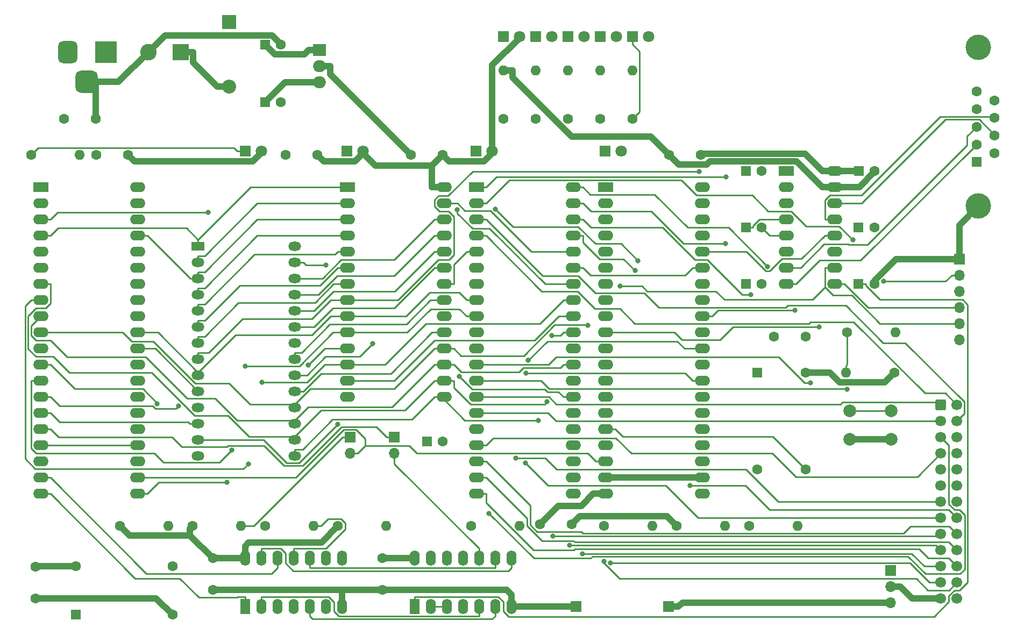
<source format=gbr>
%TF.GenerationSoftware,KiCad,Pcbnew,(6.0.11)*%
%TF.CreationDate,2024-01-26T22:10:06-05:00*%
%TF.ProjectId,FirstZ80,46697273-745a-4383-902e-6b696361645f,rev?*%
%TF.SameCoordinates,Original*%
%TF.FileFunction,Copper,L1,Top*%
%TF.FilePolarity,Positive*%
%FSLAX46Y46*%
G04 Gerber Fmt 4.6, Leading zero omitted, Abs format (unit mm)*
G04 Created by KiCad (PCBNEW (6.0.11)) date 2024-01-26 22:10:06*
%MOMM*%
%LPD*%
G01*
G04 APERTURE LIST*
G04 Aperture macros list*
%AMRoundRect*
0 Rectangle with rounded corners*
0 $1 Rounding radius*
0 $2 $3 $4 $5 $6 $7 $8 $9 X,Y pos of 4 corners*
0 Add a 4 corners polygon primitive as box body*
4,1,4,$2,$3,$4,$5,$6,$7,$8,$9,$2,$3,0*
0 Add four circle primitives for the rounded corners*
1,1,$1+$1,$2,$3*
1,1,$1+$1,$4,$5*
1,1,$1+$1,$6,$7*
1,1,$1+$1,$8,$9*
0 Add four rect primitives between the rounded corners*
20,1,$1+$1,$2,$3,$4,$5,0*
20,1,$1+$1,$4,$5,$6,$7,0*
20,1,$1+$1,$6,$7,$8,$9,0*
20,1,$1+$1,$8,$9,$2,$3,0*%
G04 Aperture macros list end*
%TA.AperFunction,ComponentPad*%
%ADD10R,1.600000X2.400000*%
%TD*%
%TA.AperFunction,ComponentPad*%
%ADD11O,1.600000X2.400000*%
%TD*%
%TA.AperFunction,ComponentPad*%
%ADD12R,1.700000X1.700000*%
%TD*%
%TA.AperFunction,ComponentPad*%
%ADD13R,1.600000X1.600000*%
%TD*%
%TA.AperFunction,ComponentPad*%
%ADD14C,1.600000*%
%TD*%
%TA.AperFunction,ComponentPad*%
%ADD15R,3.500000X3.500000*%
%TD*%
%TA.AperFunction,ComponentPad*%
%ADD16RoundRect,0.750000X-0.750000X-1.000000X0.750000X-1.000000X0.750000X1.000000X-0.750000X1.000000X0*%
%TD*%
%TA.AperFunction,ComponentPad*%
%ADD17RoundRect,0.875000X-0.875000X-0.875000X0.875000X-0.875000X0.875000X0.875000X-0.875000X0.875000X0*%
%TD*%
%TA.AperFunction,ComponentPad*%
%ADD18R,1.800000X1.800000*%
%TD*%
%TA.AperFunction,ComponentPad*%
%ADD19C,1.800000*%
%TD*%
%TA.AperFunction,ComponentPad*%
%ADD20O,1.700000X1.700000*%
%TD*%
%TA.AperFunction,ComponentPad*%
%ADD21O,1.600000X1.600000*%
%TD*%
%TA.AperFunction,ComponentPad*%
%ADD22R,2.400000X1.600000*%
%TD*%
%TA.AperFunction,ComponentPad*%
%ADD23O,2.400000X1.600000*%
%TD*%
%TA.AperFunction,ComponentPad*%
%ADD24RoundRect,0.250000X-0.600000X-0.600000X0.600000X-0.600000X0.600000X0.600000X-0.600000X0.600000X0*%
%TD*%
%TA.AperFunction,ComponentPad*%
%ADD25C,1.700000*%
%TD*%
%TA.AperFunction,ComponentPad*%
%ADD26C,2.000000*%
%TD*%
%TA.AperFunction,ComponentPad*%
%ADD27C,4.000000*%
%TD*%
%TA.AperFunction,ComponentPad*%
%ADD28R,2.200000X2.200000*%
%TD*%
%TA.AperFunction,ComponentPad*%
%ADD29O,2.200000X2.200000*%
%TD*%
%TA.AperFunction,ComponentPad*%
%ADD30R,2.600000X2.600000*%
%TD*%
%TA.AperFunction,ComponentPad*%
%ADD31C,2.600000*%
%TD*%
%TA.AperFunction,ComponentPad*%
%ADD32R,2.000000X1.440000*%
%TD*%
%TA.AperFunction,ComponentPad*%
%ADD33O,2.000000X1.440000*%
%TD*%
%TA.AperFunction,ComponentPad*%
%ADD34R,2.000000X1.905000*%
%TD*%
%TA.AperFunction,ComponentPad*%
%ADD35O,2.000000X1.905000*%
%TD*%
%TA.AperFunction,ViaPad*%
%ADD36C,0.800000*%
%TD*%
%TA.AperFunction,Conductor*%
%ADD37C,0.250000*%
%TD*%
%TA.AperFunction,Conductor*%
%ADD38C,1.000000*%
%TD*%
G04 APERTURE END LIST*
D10*
%TO.P,U3,1*%
%TO.N,/~{IORQ}*%
X96515000Y-153660000D03*
D11*
%TO.P,U3,2*%
%TO.N,/A07*%
X99055000Y-153660000D03*
%TO.P,U3,3*%
%TO.N,/~{CS-PPI}*%
X101595000Y-153660000D03*
%TO.P,U3,4*%
%TO.N,/~{IORQ}*%
X104135000Y-153660000D03*
%TO.P,U3,5*%
%TO.N,Net-(U1-Pad6)*%
X106675000Y-153660000D03*
%TO.P,U3,6*%
%TO.N,/~{CS-UART}*%
X109215000Y-153660000D03*
%TO.P,U3,7,GND*%
%TO.N,GND*%
X111755000Y-153660000D03*
%TO.P,U3,8*%
%TO.N,/~{CS-ROM}*%
X111755000Y-146040000D03*
%TO.P,U3,9*%
%TO.N,/~{MREQ}*%
X109215000Y-146040000D03*
%TO.P,U3,10*%
%TO.N,/A15*%
X106675000Y-146040000D03*
%TO.P,U3,11*%
%TO.N,/~{CS-RAM}*%
X104135000Y-146040000D03*
%TO.P,U3,12*%
%TO.N,/~{MREQ}*%
X101595000Y-146040000D03*
%TO.P,U3,13*%
%TO.N,Net-(U1-Pad8)*%
X99055000Y-146040000D03*
%TO.P,U3,14,VCC*%
%TO.N,VCC*%
X96515000Y-146040000D03*
%TD*%
D12*
%TO.P,TP1,1,1*%
%TO.N,VCC*%
X163195000Y-153670000D03*
%TD*%
D13*
%TO.P,C3,1*%
%TO.N,Net-(C3-Pad1)*%
X175369800Y-93980000D03*
D14*
%TO.P,C3,2*%
%TO.N,Net-(C3-Pad2)*%
X177869800Y-93980000D03*
%TD*%
D15*
%TO.P,J1,1*%
%TO.N,/9VDC*%
X74580000Y-66352500D03*
D16*
%TO.P,J1,2*%
%TO.N,GND*%
X68580000Y-66352500D03*
D17*
%TO.P,J1,MP,MountPin*%
X71580000Y-71052500D03*
%TD*%
D18*
%TO.P,D1,1,K*%
%TO.N,Net-(D1-Pad1)*%
X137160000Y-63890000D03*
D19*
%TO.P,D1,2,A*%
%TO.N,VCC*%
X139700000Y-63890000D03*
%TD*%
D12*
%TO.P,JP2,1,Pin_1*%
%TO.N,Net-(JP2-Pad1)*%
X120015000Y-126995000D03*
D20*
%TO.P,JP2,2,Pin_2*%
%TO.N,Net-(JP2-Pad2)*%
X120015000Y-129535000D03*
%TD*%
D14*
%TO.P,C11,1*%
%TO.N,VCC*%
X91440000Y-146050000D03*
%TO.P,C11,2*%
%TO.N,GND*%
X91440000Y-151050000D03*
%TD*%
D10*
%TO.P,U1,1*%
%TO.N,Net-(C1-Pad1)*%
X123190000Y-153660000D03*
D11*
%TO.P,U1,2*%
%TO.N,/RESET*%
X125730000Y-153660000D03*
%TO.P,U1,3*%
X128270000Y-153660000D03*
%TO.P,U1,4*%
%TO.N,/~{RESET}*%
X130810000Y-153660000D03*
%TO.P,U1,5*%
%TO.N,/A07*%
X133350000Y-153660000D03*
%TO.P,U1,6*%
%TO.N,Net-(U1-Pad6)*%
X135890000Y-153660000D03*
%TO.P,U1,7,GND*%
%TO.N,GND*%
X138430000Y-153660000D03*
%TO.P,U1,8*%
%TO.N,Net-(U1-Pad8)*%
X138430000Y-146040000D03*
%TO.P,U1,9*%
%TO.N,/A15*%
X135890000Y-146040000D03*
%TO.P,U1,10*%
%TO.N,Net-(JP2-Pad2)*%
X133350000Y-146040000D03*
%TO.P,U1,11*%
%TO.N,Net-(U1-Pad11)*%
X130810000Y-146040000D03*
%TO.P,U1,12*%
%TO.N,unconnected-(U1-Pad12)*%
X128270000Y-146040000D03*
%TO.P,U1,13*%
%TO.N,unconnected-(U1-Pad13)*%
X125730000Y-146040000D03*
%TO.P,U1,14,VCC*%
%TO.N,VCC*%
X123190000Y-146040000D03*
%TD*%
D14*
%TO.P,C18,1*%
%TO.N,VCC*%
X184745000Y-111125000D03*
%TO.P,C18,2*%
%TO.N,GND*%
X179745000Y-111125000D03*
%TD*%
%TO.P,C9,1*%
%TO.N,VCC*%
X168275000Y-82550000D03*
%TO.P,C9,2*%
%TO.N,GND*%
X163275000Y-82550000D03*
%TD*%
%TO.P,R8,1*%
%TO.N,Net-(D3-Pad1)*%
X147320000Y-76870000D03*
D21*
%TO.P,R8,2*%
%TO.N,/TX-TTL*%
X147320000Y-69250000D03*
%TD*%
D13*
%TO.P,C1,1*%
%TO.N,Net-(C1-Pad1)*%
X193104900Y-102870000D03*
D14*
%TO.P,C1,2*%
%TO.N,GND*%
X195604900Y-102870000D03*
%TD*%
%TO.P,R15,1*%
%TO.N,VCC*%
X111150000Y-140970000D03*
D21*
%TO.P,R15,2*%
%TO.N,Net-(JP2-Pad1)*%
X118770000Y-140970000D03*
%TD*%
D22*
%TO.P,U2,1,A11*%
%TO.N,/A11*%
X64360000Y-87635000D03*
D23*
%TO.P,U2,2,A12*%
%TO.N,/A12*%
X64360000Y-90175000D03*
%TO.P,U2,3,A13*%
%TO.N,/A13*%
X64360000Y-92715000D03*
%TO.P,U2,4,A14*%
%TO.N,/A14*%
X64360000Y-95255000D03*
%TO.P,U2,5,A15*%
%TO.N,/A15*%
X64360000Y-97795000D03*
%TO.P,U2,6,~{CLK}*%
%TO.N,/CLK-CPU*%
X64360000Y-100335000D03*
%TO.P,U2,7,D4*%
%TO.N,/D04*%
X64360000Y-102875000D03*
%TO.P,U2,8,D3*%
%TO.N,/D03*%
X64360000Y-105415000D03*
%TO.P,U2,9,D5*%
%TO.N,/D05*%
X64360000Y-107955000D03*
%TO.P,U2,10,D6*%
%TO.N,/D06*%
X64360000Y-110495000D03*
%TO.P,U2,11,VCC*%
%TO.N,VCC*%
X64360000Y-113035000D03*
%TO.P,U2,12,D2*%
%TO.N,/D02*%
X64360000Y-115575000D03*
%TO.P,U2,13,D7*%
%TO.N,/D07*%
X64360000Y-118115000D03*
%TO.P,U2,14,D0*%
%TO.N,/D00*%
X64360000Y-120655000D03*
%TO.P,U2,15,D1*%
%TO.N,/D01*%
X64360000Y-123195000D03*
%TO.P,U2,16,~{INT}*%
%TO.N,Net-(JP2-Pad1)*%
X64360000Y-125735000D03*
%TO.P,U2,17,~{NMI}*%
%TO.N,Net-(R1-Pad2)*%
X64360000Y-128275000D03*
%TO.P,U2,18,~{HALT}*%
%TO.N,unconnected-(U2-Pad18)*%
X64360000Y-130815000D03*
%TO.P,U2,19,~{MREQ}*%
%TO.N,/~{MREQ}*%
X64360000Y-133355000D03*
%TO.P,U2,20,~{IORQ}*%
%TO.N,/~{IORQ}*%
X64360000Y-135895000D03*
%TO.P,U2,21,~{RD}*%
%TO.N,/~{RD}*%
X79600000Y-135895000D03*
%TO.P,U2,22,~{WR}*%
%TO.N,/~{WR}*%
X79600000Y-133355000D03*
%TO.P,U2,23,~{BUSACK}*%
%TO.N,Net-(R1-Pad2)*%
X79600000Y-130815000D03*
%TO.P,U2,24,~{WAIT}*%
X79600000Y-128275000D03*
%TO.P,U2,25,~{BUSRQ}*%
%TO.N,unconnected-(U2-Pad25)*%
X79600000Y-125735000D03*
%TO.P,U2,26,~{RESET}*%
%TO.N,/~{RESET}*%
X79600000Y-123195000D03*
%TO.P,U2,27,~{M1}*%
%TO.N,unconnected-(U2-Pad27)*%
X79600000Y-120655000D03*
%TO.P,U2,28,~{RFSH}*%
%TO.N,unconnected-(U2-Pad28)*%
X79600000Y-118115000D03*
%TO.P,U2,29,GND*%
%TO.N,GND*%
X79600000Y-115575000D03*
%TO.P,U2,30,A0*%
%TO.N,/A00*%
X79600000Y-113035000D03*
%TO.P,U2,31,A1*%
%TO.N,/A01*%
X79600000Y-110495000D03*
%TO.P,U2,32,A2*%
%TO.N,/A02*%
X79600000Y-107955000D03*
%TO.P,U2,33,A3*%
%TO.N,/A03*%
X79600000Y-105415000D03*
%TO.P,U2,34,A4*%
%TO.N,/A04*%
X79600000Y-102875000D03*
%TO.P,U2,35,A5*%
%TO.N,/A05*%
X79600000Y-100335000D03*
%TO.P,U2,36,A6*%
%TO.N,/A06*%
X79600000Y-97795000D03*
%TO.P,U2,37,A7*%
%TO.N,/A07*%
X79600000Y-95255000D03*
%TO.P,U2,38,A8*%
%TO.N,/A08*%
X79600000Y-92715000D03*
%TO.P,U2,39,A9*%
%TO.N,/A09*%
X79600000Y-90175000D03*
%TO.P,U2,40,A10*%
%TO.N,/A10*%
X79600000Y-87635000D03*
%TD*%
D14*
%TO.P,C19,1*%
%TO.N,VCC*%
X63500000Y-147360000D03*
%TO.P,C19,2*%
%TO.N,GND*%
X63500000Y-152360000D03*
%TD*%
D18*
%TO.P,D8,1,K*%
%TO.N,Net-(D8-Pad1)*%
X152400000Y-63890000D03*
D19*
%TO.P,D8,2,A*%
%TO.N,VCC*%
X154940000Y-63890000D03*
%TD*%
D13*
%TO.P,C6,1*%
%TO.N,VCC*%
X193113900Y-85090000D03*
D14*
%TO.P,C6,2*%
%TO.N,GND*%
X195613900Y-85090000D03*
%TD*%
D22*
%TO.P,U8,1,C1+*%
%TO.N,Net-(C2-Pad1)*%
X181695000Y-85060000D03*
D23*
%TO.P,U8,2,VS+*%
%TO.N,Net-(C5-Pad1)*%
X181695000Y-87600000D03*
%TO.P,U8,3,C1-*%
%TO.N,Net-(C2-Pad2)*%
X181695000Y-90140000D03*
%TO.P,U8,4,C2+*%
%TO.N,Net-(C3-Pad1)*%
X181695000Y-92680000D03*
%TO.P,U8,5,C2-*%
%TO.N,Net-(C3-Pad2)*%
X181695000Y-95220000D03*
%TO.P,U8,6,VS-*%
%TO.N,Net-(C4-Pad2)*%
X181695000Y-97760000D03*
%TO.P,U8,7,T2OUT*%
%TO.N,/TX*%
X181695000Y-100300000D03*
%TO.P,U8,8,R2IN*%
%TO.N,/RX*%
X181695000Y-102840000D03*
%TO.P,U8,9,R2OUT*%
%TO.N,/RX-TTL*%
X189315000Y-102840000D03*
%TO.P,U8,10,T2IN*%
%TO.N,/TX-TTL*%
X189315000Y-100300000D03*
%TO.P,U8,11,T1IN*%
%TO.N,/~{RTS-TTL}*%
X189315000Y-97760000D03*
%TO.P,U8,12,R1OUT*%
%TO.N,/~{CTS-TTL}*%
X189315000Y-95220000D03*
%TO.P,U8,13,R1IN*%
%TO.N,/~{CTS}*%
X189315000Y-92680000D03*
%TO.P,U8,14,T1OUT*%
%TO.N,/~{RTS}*%
X189315000Y-90140000D03*
%TO.P,U8,15,GND*%
%TO.N,GND*%
X189315000Y-87600000D03*
%TO.P,U8,16,VCC*%
%TO.N,VCC*%
X189315000Y-85060000D03*
%TD*%
D14*
%TO.P,R1,1*%
%TO.N,VCC*%
X76860000Y-140970000D03*
D21*
%TO.P,R1,2*%
%TO.N,Net-(R1-Pad2)*%
X84480000Y-140970000D03*
%TD*%
D14*
%TO.P,R2,1*%
%TO.N,VCC*%
X198755000Y-116840000D03*
D21*
%TO.P,R2,2*%
%TO.N,Net-(C1-Pad1)*%
X191135000Y-116840000D03*
%TD*%
D14*
%TO.P,C8,1*%
%TO.N,VCC*%
X127635000Y-82550000D03*
%TO.P,C8,2*%
%TO.N,GND*%
X122635000Y-82550000D03*
%TD*%
%TO.P,R7,1*%
%TO.N,Net-(D2-Pad1)*%
X142240000Y-76870000D03*
D21*
%TO.P,R7,2*%
%TO.N,/RX-TTL*%
X142240000Y-69250000D03*
%TD*%
D22*
%TO.P,U7,1,D0*%
%TO.N,/D00*%
X153260000Y-87635000D03*
D23*
%TO.P,U7,2,D1*%
%TO.N,/D01*%
X153260000Y-90175000D03*
%TO.P,U7,3,D2*%
%TO.N,/D02*%
X153260000Y-92715000D03*
%TO.P,U7,4,D3*%
%TO.N,/D03*%
X153260000Y-95255000D03*
%TO.P,U7,5,D4*%
%TO.N,/D04*%
X153260000Y-97795000D03*
%TO.P,U7,6,D5*%
%TO.N,/D05*%
X153260000Y-100335000D03*
%TO.P,U7,7,D6*%
%TO.N,/D06*%
X153260000Y-102875000D03*
%TO.P,U7,8,D7*%
%TO.N,/D07*%
X153260000Y-105415000D03*
%TO.P,U7,9,RCLK*%
%TO.N,Net-(U7-Pad15)*%
X153260000Y-107955000D03*
%TO.P,U7,10,SIN*%
%TO.N,/RX-TTL*%
X153260000Y-110495000D03*
%TO.P,U7,11,SOUT*%
%TO.N,/TX-TTL*%
X153260000Y-113035000D03*
%TO.P,U7,12,CS0*%
%TO.N,Net-(R3-Pad2)*%
X153260000Y-115575000D03*
%TO.P,U7,13,CS1*%
X153260000Y-118115000D03*
%TO.P,U7,14,~{CS2}*%
%TO.N,/~{CS-UART}*%
X153260000Y-120655000D03*
%TO.P,U7,15,~{BAUDOUT}*%
%TO.N,Net-(U7-Pad15)*%
X153260000Y-123195000D03*
%TO.P,U7,16,XIN*%
%TO.N,/CLK-UART*%
X153260000Y-125735000D03*
%TO.P,U7,17,XOUT*%
%TO.N,unconnected-(U7-Pad17)*%
X153260000Y-128275000D03*
%TO.P,U7,18,~{WR}*%
%TO.N,/~{WR}*%
X153260000Y-130815000D03*
%TO.P,U7,19,WR*%
%TO.N,GND*%
X153260000Y-133355000D03*
%TO.P,U7,20,GND*%
X153260000Y-135895000D03*
%TO.P,U7,21,~{RD}*%
%TO.N,/~{RD}*%
X168500000Y-135895000D03*
%TO.P,U7,22,RD*%
%TO.N,GND*%
X168500000Y-133355000D03*
%TO.P,U7,23,DDIS*%
%TO.N,unconnected-(U7-Pad23)*%
X168500000Y-130815000D03*
%TO.P,U7,24,~{TXRDY}*%
%TO.N,unconnected-(U7-Pad24)*%
X168500000Y-128275000D03*
%TO.P,U7,25,~{ADS}*%
%TO.N,GND*%
X168500000Y-125735000D03*
%TO.P,U7,26,A2*%
%TO.N,/A02*%
X168500000Y-123195000D03*
%TO.P,U7,27,A1*%
%TO.N,/A01*%
X168500000Y-120655000D03*
%TO.P,U7,28,A0*%
%TO.N,/A00*%
X168500000Y-118115000D03*
%TO.P,U7,29,~{RXRDY}*%
%TO.N,unconnected-(U7-Pad29)*%
X168500000Y-115575000D03*
%TO.P,U7,30,INTR*%
%TO.N,Net-(U1-Pad11)*%
X168500000Y-113035000D03*
%TO.P,U7,31,~{OUT2}*%
%TO.N,/~{OUT2}*%
X168500000Y-110495000D03*
%TO.P,U7,32,~{RTS}*%
%TO.N,/~{RTS-TTL}*%
X168500000Y-107955000D03*
%TO.P,U7,33,~{DTR}*%
%TO.N,unconnected-(U7-Pad33)*%
X168500000Y-105415000D03*
%TO.P,U7,34,~{OUT1}*%
%TO.N,/~{OUT1}*%
X168500000Y-102875000D03*
%TO.P,U7,35,MR*%
%TO.N,/RESET*%
X168500000Y-100335000D03*
%TO.P,U7,36,~{CTS}*%
%TO.N,/~{CTS-TTL}*%
X168500000Y-97795000D03*
%TO.P,U7,37,~{DSR}*%
%TO.N,Net-(R5-Pad1)*%
X168500000Y-95255000D03*
%TO.P,U7,38,~{DCD}*%
X168500000Y-92715000D03*
%TO.P,U7,39,~{RI}*%
%TO.N,Net-(R3-Pad2)*%
X168500000Y-90175000D03*
%TO.P,U7,40,VCC*%
%TO.N,VCC*%
X168500000Y-87635000D03*
%TD*%
D14*
%TO.P,R3,1*%
%TO.N,VCC*%
X164465000Y-140970000D03*
D21*
%TO.P,R3,2*%
%TO.N,Net-(R3-Pad2)*%
X172085000Y-140970000D03*
%TD*%
D13*
%TO.P,C5,1*%
%TO.N,Net-(C5-Pad1)*%
X193104900Y-93980000D03*
D14*
%TO.P,C5,2*%
%TO.N,VCC*%
X195604900Y-93980000D03*
%TD*%
%TO.P,R9,1*%
%TO.N,Net-(D4-Pad1)*%
X132130000Y-140970000D03*
D21*
%TO.P,R9,2*%
%TO.N,/~{CS-PPI}*%
X139750000Y-140970000D03*
%TD*%
D12*
%TO.P,JP3,1,Pin_1*%
%TO.N,GND*%
X198120000Y-147955000D03*
D20*
%TO.P,JP3,2,Pin_2*%
%TO.N,/VCC_PP*%
X198120000Y-150495000D03*
%TO.P,JP3,3,Pin_3*%
%TO.N,VCC*%
X198120000Y-153035000D03*
%TD*%
D24*
%TO.P,P1,1,Pin_1*%
%TO.N,/PC0*%
X206055000Y-121920000D03*
D25*
%TO.P,P1,2,Pin_2*%
%TO.N,/PA0*%
X208595000Y-121920000D03*
%TO.P,P1,3,Pin_3*%
%TO.N,/PC1*%
X206055000Y-124460000D03*
%TO.P,P1,4,Pin_4*%
%TO.N,/PA1*%
X208595000Y-124460000D03*
%TO.P,P1,5,Pin_5*%
%TO.N,/PC2*%
X206055000Y-127000000D03*
%TO.P,P1,6,Pin_6*%
%TO.N,/PA2*%
X208595000Y-127000000D03*
%TO.P,P1,7,Pin_7*%
%TO.N,/PC3*%
X206055000Y-129540000D03*
%TO.P,P1,8,Pin_8*%
%TO.N,/PA3*%
X208595000Y-129540000D03*
%TO.P,P1,9,Pin_9*%
%TO.N,/PC4*%
X206055000Y-132080000D03*
%TO.P,P1,10,Pin_10*%
%TO.N,/PA4*%
X208595000Y-132080000D03*
%TO.P,P1,11,Pin_11*%
%TO.N,/PC5*%
X206055000Y-134620000D03*
%TO.P,P1,12,Pin_12*%
%TO.N,/PA5*%
X208595000Y-134620000D03*
%TO.P,P1,13,Pin_13*%
%TO.N,/PC6*%
X206055000Y-137160000D03*
%TO.P,P1,14,Pin_14*%
%TO.N,/PA6*%
X208595000Y-137160000D03*
%TO.P,P1,15,Pin_15*%
%TO.N,/PC7*%
X206055000Y-139700000D03*
%TO.P,P1,16,Pin_16*%
%TO.N,/PA7*%
X208595000Y-139700000D03*
%TO.P,P1,17,Pin_17*%
%TO.N,/PB7*%
X206055000Y-142240000D03*
%TO.P,P1,18,Pin_18*%
%TO.N,/PB0*%
X208595000Y-142240000D03*
%TO.P,P1,19,Pin_19*%
%TO.N,/PB6*%
X206055000Y-144780000D03*
%TO.P,P1,20,Pin_20*%
%TO.N,/PB1*%
X208595000Y-144780000D03*
%TO.P,P1,21,Pin_21*%
%TO.N,/PB5*%
X206055000Y-147320000D03*
%TO.P,P1,22,Pin_22*%
%TO.N,/PB2*%
X208595000Y-147320000D03*
%TO.P,P1,23,Pin_23*%
%TO.N,/PB4*%
X206055000Y-149860000D03*
%TO.P,P1,24,Pin_24*%
%TO.N,/PB3*%
X208595000Y-149860000D03*
%TO.P,P1,25,Pin_25*%
%TO.N,/VCC_PP*%
X206055000Y-152400000D03*
%TO.P,P1,26,Pin_26*%
%TO.N,GND*%
X208595000Y-152400000D03*
%TD*%
D14*
%TO.P,C12,1*%
%TO.N,VCC*%
X78105000Y-82550000D03*
%TO.P,C12,2*%
%TO.N,GND*%
X73105000Y-82550000D03*
%TD*%
D26*
%TO.P,SW1,1,1*%
%TO.N,Net-(R4-Pad2)*%
X191695000Y-122845000D03*
X198195000Y-122845000D03*
%TO.P,SW1,2,2*%
%TO.N,GND*%
X191695000Y-127345000D03*
X198195000Y-127345000D03*
%TD*%
D14*
%TO.P,C13,1*%
%TO.N,VCC*%
X107910000Y-82550000D03*
%TO.P,C13,2*%
%TO.N,GND*%
X102910000Y-82550000D03*
%TD*%
D18*
%TO.P,D3,1,K*%
%TO.N,Net-(D3-Pad1)*%
X147320000Y-63890000D03*
D19*
%TO.P,D3,2,A*%
%TO.N,VCC*%
X149860000Y-63890000D03*
%TD*%
D13*
%TO.P,C16,1*%
%TO.N,VCC*%
X99642000Y-74262500D03*
D14*
%TO.P,C16,2*%
%TO.N,GND*%
X102142000Y-74262500D03*
%TD*%
D18*
%TO.P,D7,1,K*%
%TO.N,Net-(D7-Pad1)*%
X153150000Y-81915000D03*
D19*
%TO.P,D7,2,A*%
%TO.N,VCC*%
X155690000Y-81915000D03*
%TD*%
D14*
%TO.P,R14,1*%
%TO.N,Net-(D9-Pad1)*%
X157480000Y-76870000D03*
D21*
%TO.P,R14,2*%
%TO.N,/~{OUT2}*%
X157480000Y-69250000D03*
%TD*%
D18*
%TO.P,D2,1,K*%
%TO.N,Net-(D2-Pad1)*%
X142240000Y-63890000D03*
D19*
%TO.P,D2,2,A*%
%TO.N,VCC*%
X144780000Y-63890000D03*
%TD*%
D14*
%TO.P,R13,1*%
%TO.N,Net-(D8-Pad1)*%
X152400000Y-76870000D03*
D21*
%TO.P,R13,2*%
%TO.N,/~{OUT1}*%
X152400000Y-69250000D03*
%TD*%
D14*
%TO.P,R10,1*%
%TO.N,Net-(D5-Pad1)*%
X99720000Y-140970000D03*
D21*
%TO.P,R10,2*%
%TO.N,/~{CS-RAM}*%
X107340000Y-140970000D03*
%TD*%
D14*
%TO.P,C14,1*%
%TO.N,/9VDC*%
X67985000Y-76835000D03*
%TO.P,C14,2*%
%TO.N,GND*%
X72985000Y-76835000D03*
%TD*%
D13*
%TO.P,X1,1,EN*%
%TO.N,unconnected-(X1-Pad1)*%
X69850000Y-154940000D03*
D14*
%TO.P,X1,7,GND*%
%TO.N,GND*%
X85090000Y-154940000D03*
%TO.P,X1,8,OUT*%
%TO.N,/CLK-CPU*%
X85090000Y-147320000D03*
%TO.P,X1,14,Vcc*%
%TO.N,VCC*%
X69850000Y-147320000D03*
%TD*%
D18*
%TO.P,D4,1,K*%
%TO.N,Net-(D4-Pad1)*%
X132900000Y-81915000D03*
D19*
%TO.P,D4,2,A*%
%TO.N,VCC*%
X135440000Y-81915000D03*
%TD*%
D12*
%TO.P,J2,1,Pin_1*%
%TO.N,GND*%
X208985000Y-98935000D03*
D20*
%TO.P,J2,2,Pin_2*%
%TO.N,/~{RTS-TTL}*%
X208985000Y-101475000D03*
%TO.P,J2,3,Pin_3*%
%TO.N,VCC*%
X208985000Y-104015000D03*
%TO.P,J2,4,Pin_4*%
%TO.N,/RX-TTL*%
X208985000Y-106555000D03*
%TO.P,J2,5,Pin_5*%
%TO.N,/TX-TTL*%
X208985000Y-109095000D03*
%TO.P,J2,6,Pin_6*%
%TO.N,/~{CTS-TTL}*%
X208985000Y-111635000D03*
%TD*%
D14*
%TO.P,R4,1*%
%TO.N,Net-(C1-Pad1)*%
X191285000Y-110510000D03*
D21*
%TO.P,R4,2*%
%TO.N,Net-(R4-Pad2)*%
X198905000Y-110510000D03*
%TD*%
D14*
%TO.P,R6,1*%
%TO.N,Net-(D1-Pad1)*%
X137160000Y-76870000D03*
D21*
%TO.P,R6,2*%
%TO.N,GND*%
X137160000Y-69250000D03*
%TD*%
D18*
%TO.P,D6,1,K*%
%TO.N,Net-(D6-Pad1)*%
X96510000Y-81915000D03*
D19*
%TO.P,D6,2,A*%
%TO.N,VCC*%
X99050000Y-81915000D03*
%TD*%
D14*
%TO.P,R16,1*%
%TO.N,VCC*%
X88290000Y-140970000D03*
D21*
%TO.P,R16,2*%
%TO.N,Net-(JP1-Pad1)*%
X95910000Y-140970000D03*
%TD*%
D14*
%TO.P,R11,1*%
%TO.N,Net-(D6-Pad1)*%
X62865000Y-82550000D03*
D21*
%TO.P,R11,2*%
%TO.N,/~{CS-ROM}*%
X70485000Y-82550000D03*
%TD*%
D13*
%TO.P,C17,1*%
%TO.N,VCC*%
X125159900Y-127635000D03*
D14*
%TO.P,C17,2*%
%TO.N,GND*%
X127659900Y-127635000D03*
%TD*%
D27*
%TO.P,J3,0,PAD*%
%TO.N,GND*%
X211964700Y-90615000D03*
X211964700Y-65615000D03*
D13*
%TO.P,J3,1,1*%
%TO.N,unconnected-(J3-Pad1)*%
X211664700Y-83655000D03*
D14*
%TO.P,J3,2,2*%
%TO.N,/RX*%
X211664700Y-80885000D03*
%TO.P,J3,3,3*%
%TO.N,/TX*%
X211664700Y-78115000D03*
%TO.P,J3,4,4*%
%TO.N,unconnected-(J3-Pad4)*%
X211664700Y-75345000D03*
%TO.P,J3,5,5*%
%TO.N,GND*%
X211664700Y-72575000D03*
%TO.P,J3,6,6*%
%TO.N,unconnected-(J3-Pad6)*%
X214504700Y-82270000D03*
%TO.P,J3,7,7*%
%TO.N,/~{RTS}*%
X214504700Y-79500000D03*
%TO.P,J3,8,8*%
%TO.N,/~{CTS}*%
X214504700Y-76730000D03*
%TO.P,J3,9,9*%
%TO.N,unconnected-(J3-Pad9)*%
X214504700Y-73960000D03*
%TD*%
D22*
%TO.P,U4,1,A14*%
%TO.N,/A14*%
X112620000Y-87640000D03*
D23*
%TO.P,U4,2,A12*%
%TO.N,/A12*%
X112620000Y-90180000D03*
%TO.P,U4,3,A7*%
%TO.N,/A07*%
X112620000Y-92720000D03*
%TO.P,U4,4,A6*%
%TO.N,/A06*%
X112620000Y-95260000D03*
%TO.P,U4,5,A5*%
%TO.N,/A05*%
X112620000Y-97800000D03*
%TO.P,U4,6,A4*%
%TO.N,/A04*%
X112620000Y-100340000D03*
%TO.P,U4,7,A3*%
%TO.N,/A03*%
X112620000Y-102880000D03*
%TO.P,U4,8,A2*%
%TO.N,/A02*%
X112620000Y-105420000D03*
%TO.P,U4,9,A1*%
%TO.N,/A01*%
X112620000Y-107960000D03*
%TO.P,U4,10,A0*%
%TO.N,/A00*%
X112620000Y-110500000D03*
%TO.P,U4,11,Q0*%
%TO.N,/D00*%
X112620000Y-113040000D03*
%TO.P,U4,12,Q1*%
%TO.N,/D01*%
X112620000Y-115580000D03*
%TO.P,U4,13,Q2*%
%TO.N,/D02*%
X112620000Y-118120000D03*
%TO.P,U4,14,GND*%
%TO.N,GND*%
X112620000Y-120660000D03*
%TO.P,U4,15,Q3*%
%TO.N,/D03*%
X127860000Y-120660000D03*
%TO.P,U4,16,Q4*%
%TO.N,/D04*%
X127860000Y-118120000D03*
%TO.P,U4,17,Q5*%
%TO.N,/D05*%
X127860000Y-115580000D03*
%TO.P,U4,18,Q6*%
%TO.N,/D06*%
X127860000Y-113040000D03*
%TO.P,U4,19,Q7*%
%TO.N,/D07*%
X127860000Y-110500000D03*
%TO.P,U4,20,~{CS}*%
%TO.N,/~{CS-RAM}*%
X127860000Y-107960000D03*
%TO.P,U4,21,A10*%
%TO.N,/A10*%
X127860000Y-105420000D03*
%TO.P,U4,22,~{OE}*%
%TO.N,/~{RD}*%
X127860000Y-102880000D03*
%TO.P,U4,23,A11*%
%TO.N,/A11*%
X127860000Y-100340000D03*
%TO.P,U4,24,A9*%
%TO.N,/A09*%
X127860000Y-97800000D03*
%TO.P,U4,25,A8*%
%TO.N,/A08*%
X127860000Y-95260000D03*
%TO.P,U4,26,A13*%
%TO.N,/A13*%
X127860000Y-92720000D03*
%TO.P,U4,27,~{WE}*%
%TO.N,/~{WR}*%
X127860000Y-90180000D03*
%TO.P,U4,28,VCC*%
%TO.N,VCC*%
X127860000Y-87640000D03*
%TD*%
D14*
%TO.P,R12,1*%
%TO.N,Net-(D7-Pad1)*%
X153035000Y-140970000D03*
D21*
%TO.P,R12,2*%
%TO.N,/~{CS-UART}*%
X160655000Y-140970000D03*
%TD*%
D14*
%TO.P,C7,1*%
%TO.N,VCC*%
X147925000Y-140725000D03*
%TO.P,C7,2*%
%TO.N,GND*%
X142925000Y-140725000D03*
%TD*%
D13*
%TO.P,X2,1,EN*%
%TO.N,unconnected-(X2-Pad1)*%
X177165000Y-116840000D03*
D14*
%TO.P,X2,7,GND*%
%TO.N,GND*%
X177165000Y-132080000D03*
%TO.P,X2,8,OUT*%
%TO.N,/CLK-UART*%
X184785000Y-132080000D03*
%TO.P,X2,14,Vcc*%
%TO.N,VCC*%
X184785000Y-116840000D03*
%TD*%
%TO.P,C10,1*%
%TO.N,VCC*%
X118110000Y-146050000D03*
%TO.P,C10,2*%
%TO.N,GND*%
X118110000Y-151050000D03*
%TD*%
D28*
%TO.P,D10,1,K*%
%TO.N,/VI*%
X93980000Y-61595000D03*
D29*
%TO.P,D10,2,A*%
%TO.N,/9VDC*%
X93980000Y-71755000D03*
%TD*%
D30*
%TO.P,J4,1,Pin_1*%
%TO.N,/9VDC*%
X86360000Y-66370000D03*
D31*
%TO.P,J4,2,Pin_2*%
%TO.N,GND*%
X81280000Y-66370000D03*
%TD*%
D22*
%TO.P,U5,1,PA3*%
%TO.N,/PA3*%
X132940000Y-87635000D03*
D23*
%TO.P,U5,2,PA2*%
%TO.N,/PA2*%
X132940000Y-90175000D03*
%TO.P,U5,3,PA1*%
%TO.N,/PA1*%
X132940000Y-92715000D03*
%TO.P,U5,4,PA0*%
%TO.N,/PA0*%
X132940000Y-95255000D03*
%TO.P,U5,5,~{RD}*%
%TO.N,/~{RD}*%
X132940000Y-97795000D03*
%TO.P,U5,6,~{CS}*%
%TO.N,/~{CS-PPI}*%
X132940000Y-100335000D03*
%TO.P,U5,7,GND*%
%TO.N,GND*%
X132940000Y-102875000D03*
%TO.P,U5,8,A1*%
%TO.N,/A01*%
X132940000Y-105415000D03*
%TO.P,U5,9,A0*%
%TO.N,/A00*%
X132940000Y-107955000D03*
%TO.P,U5,10,PC7*%
%TO.N,/PC7*%
X132940000Y-110495000D03*
%TO.P,U5,11,PC6*%
%TO.N,/PC6*%
X132940000Y-113035000D03*
%TO.P,U5,12,PC5*%
%TO.N,/PC5*%
X132940000Y-115575000D03*
%TO.P,U5,13,PC4*%
%TO.N,/PC4*%
X132940000Y-118115000D03*
%TO.P,U5,14,PC0*%
%TO.N,/PC0*%
X132940000Y-120655000D03*
%TO.P,U5,15,PC1*%
%TO.N,/PC1*%
X132940000Y-123195000D03*
%TO.P,U5,16,PC2*%
%TO.N,/PC2*%
X132940000Y-125735000D03*
%TO.P,U5,17,PC3*%
%TO.N,/PC3*%
X132940000Y-128275000D03*
%TO.P,U5,18,PB0*%
%TO.N,/PB0*%
X132940000Y-130815000D03*
%TO.P,U5,19,PB1*%
%TO.N,/PB1*%
X132940000Y-133355000D03*
%TO.P,U5,20,PB2*%
%TO.N,/PB2*%
X132940000Y-135895000D03*
%TO.P,U5,21,PB3*%
%TO.N,/PB3*%
X148180000Y-135895000D03*
%TO.P,U5,22,PB4*%
%TO.N,/PB4*%
X148180000Y-133355000D03*
%TO.P,U5,23,PB5*%
%TO.N,/PB5*%
X148180000Y-130815000D03*
%TO.P,U5,24,PB6*%
%TO.N,/PB6*%
X148180000Y-128275000D03*
%TO.P,U5,25,PB7*%
%TO.N,/PB7*%
X148180000Y-125735000D03*
%TO.P,U5,26,VCC*%
%TO.N,VCC*%
X148180000Y-123195000D03*
%TO.P,U5,27,D7*%
%TO.N,/D07*%
X148180000Y-120655000D03*
%TO.P,U5,28,D6*%
%TO.N,/D06*%
X148180000Y-118115000D03*
%TO.P,U5,29,D5*%
%TO.N,/D05*%
X148180000Y-115575000D03*
%TO.P,U5,30,D4*%
%TO.N,/D04*%
X148180000Y-113035000D03*
%TO.P,U5,31,D3*%
%TO.N,/D03*%
X148180000Y-110495000D03*
%TO.P,U5,32,D2*%
%TO.N,/D02*%
X148180000Y-107955000D03*
%TO.P,U5,33,D1*%
%TO.N,/D01*%
X148180000Y-105415000D03*
%TO.P,U5,34,D0*%
%TO.N,/D00*%
X148180000Y-102875000D03*
%TO.P,U5,35,RESET*%
%TO.N,/RESET*%
X148180000Y-100335000D03*
%TO.P,U5,36,~{WR}*%
%TO.N,/~{WR}*%
X148180000Y-97795000D03*
%TO.P,U5,37,PA7*%
%TO.N,/PA7*%
X148180000Y-95255000D03*
%TO.P,U5,38,PA6*%
%TO.N,/PA6*%
X148180000Y-92715000D03*
%TO.P,U5,39,PA5*%
%TO.N,/PA5*%
X148180000Y-90175000D03*
%TO.P,U5,40,PA4*%
%TO.N,/PA4*%
X148180000Y-87635000D03*
%TD*%
D13*
%TO.P,C4,1*%
%TO.N,GND*%
X175369800Y-102870000D03*
D14*
%TO.P,C4,2*%
%TO.N,Net-(C4-Pad2)*%
X177869800Y-102870000D03*
%TD*%
D18*
%TO.P,D9,1,K*%
%TO.N,Net-(D9-Pad1)*%
X157480000Y-63890000D03*
D19*
%TO.P,D9,2,A*%
%TO.N,VCC*%
X160020000Y-63890000D03*
%TD*%
D12*
%TO.P,JP1,1,Pin_1*%
%TO.N,Net-(JP1-Pad1)*%
X113030000Y-127015000D03*
D20*
%TO.P,JP1,2,Pin_2*%
%TO.N,/~{WR}*%
X113030000Y-129555000D03*
%TD*%
D12*
%TO.P,TP2,1,1*%
%TO.N,GND*%
X148590000Y-153670000D03*
%TD*%
D18*
%TO.P,D5,1,K*%
%TO.N,Net-(D5-Pad1)*%
X112540000Y-81915000D03*
D19*
%TO.P,D5,2,A*%
%TO.N,VCC*%
X115080000Y-81915000D03*
%TD*%
D32*
%TO.P,U6,1,A14*%
%TO.N,/A14*%
X89125000Y-96920000D03*
D33*
%TO.P,U6,2,A12*%
%TO.N,/A12*%
X89125000Y-99460000D03*
%TO.P,U6,3,A7*%
%TO.N,/A07*%
X89125000Y-102000000D03*
%TO.P,U6,4,A6*%
%TO.N,/A06*%
X89125000Y-104540000D03*
%TO.P,U6,5,A5*%
%TO.N,/A05*%
X89125000Y-107080000D03*
%TO.P,U6,6,A4*%
%TO.N,/A04*%
X89125000Y-109620000D03*
%TO.P,U6,7,A3*%
%TO.N,/A03*%
X89125000Y-112160000D03*
%TO.P,U6,8,A2*%
%TO.N,/A02*%
X89125000Y-114700000D03*
%TO.P,U6,9,A1*%
%TO.N,/A01*%
X89125000Y-117240000D03*
%TO.P,U6,10,A0*%
%TO.N,/A00*%
X89125000Y-119780000D03*
%TO.P,U6,11,D0*%
%TO.N,/D00*%
X89125000Y-122320000D03*
%TO.P,U6,12,D1*%
%TO.N,/D01*%
X89125000Y-124860000D03*
%TO.P,U6,13,D2*%
%TO.N,/D02*%
X89125000Y-127400000D03*
%TO.P,U6,14,GND*%
%TO.N,GND*%
X89125000Y-129940000D03*
%TO.P,U6,15,D3*%
%TO.N,/D03*%
X104365000Y-129940000D03*
%TO.P,U6,16,D4*%
%TO.N,/D04*%
X104365000Y-127400000D03*
%TO.P,U6,17,D5*%
%TO.N,/D05*%
X104365000Y-124860000D03*
%TO.P,U6,18,D6*%
%TO.N,/D06*%
X104365000Y-122320000D03*
%TO.P,U6,19,D7*%
%TO.N,/D07*%
X104365000Y-119780000D03*
%TO.P,U6,20,~{CS}*%
%TO.N,/~{RD}*%
X104365000Y-117240000D03*
%TO.P,U6,21,A10*%
%TO.N,/A10*%
X104365000Y-114700000D03*
%TO.P,U6,22,~{OE}*%
%TO.N,/~{CS-ROM}*%
X104365000Y-112160000D03*
%TO.P,U6,23,A11*%
%TO.N,/A11*%
X104365000Y-109620000D03*
%TO.P,U6,24,A9*%
%TO.N,/A09*%
X104365000Y-107080000D03*
%TO.P,U6,25,A8*%
%TO.N,/A08*%
X104365000Y-104540000D03*
%TO.P,U6,26,A13*%
%TO.N,/A13*%
X104365000Y-102000000D03*
%TO.P,U6,27,~{WE}*%
%TO.N,Net-(JP1-Pad1)*%
X104365000Y-99460000D03*
%TO.P,U6,28,VCC*%
%TO.N,VCC*%
X104365000Y-96920000D03*
%TD*%
D14*
%TO.P,R5,1*%
%TO.N,Net-(R5-Pad1)*%
X175895000Y-140970000D03*
D21*
%TO.P,R5,2*%
%TO.N,GND*%
X183515000Y-140970000D03*
%TD*%
D13*
%TO.P,C2,1*%
%TO.N,Net-(C2-Pad1)*%
X175369800Y-85090000D03*
D14*
%TO.P,C2,2*%
%TO.N,Net-(C2-Pad2)*%
X177869800Y-85090000D03*
%TD*%
D34*
%TO.P,U9,1,VI*%
%TO.N,/VI*%
X108245000Y-66040000D03*
D35*
%TO.P,U9,2,GND*%
%TO.N,GND*%
X108245000Y-68580000D03*
%TO.P,U9,3,VO*%
%TO.N,VCC*%
X108245000Y-71120000D03*
%TD*%
D13*
%TO.P,C15,1*%
%TO.N,/VI*%
X99676400Y-65202500D03*
D14*
%TO.P,C15,2*%
%TO.N,GND*%
X102176400Y-65202500D03*
%TD*%
D36*
%TO.N,Net-(JP1-Pad1)*%
X109251700Y-99903500D03*
%TO.N,Net-(U1-Pad11)*%
X141124100Y-114852400D03*
%TO.N,/A02*%
X168019400Y-85153400D03*
%TO.N,/A00*%
X96518500Y-115772100D03*
X140708800Y-116906200D03*
%TO.N,/~{RD}*%
X93655500Y-134100900D03*
X135947200Y-91093200D03*
X158371600Y-99186500D03*
X116615900Y-112239100D03*
%TO.N,/D01*%
X99188600Y-118371800D03*
%TO.N,/D00*%
X86035200Y-122069600D03*
X106479300Y-115671900D03*
X129936400Y-91175200D03*
%TO.N,/D07*%
X130224000Y-117408200D03*
X94423600Y-129031900D03*
%TO.N,/D02*%
X82672400Y-121752800D03*
X111101100Y-124927700D03*
%TO.N,/D06*%
X150493800Y-109389800D03*
%TO.N,/D03*%
X97020300Y-131195700D03*
X142705600Y-124367400D03*
X144814200Y-110989400D03*
%TO.N,/D04*%
X144088700Y-121395700D03*
%TO.N,/A13*%
X90747300Y-91586700D03*
%TO.N,/PB3*%
X152991700Y-146504100D03*
%TO.N,/PB4*%
X154077300Y-146779600D03*
%TO.N,/PB5*%
X149638600Y-145328500D03*
%TO.N,/PB6*%
X147613700Y-144013500D03*
%TO.N,/PB7*%
X144989200Y-142576300D03*
%TO.N,/PA7*%
X157908500Y-100736200D03*
X166531700Y-134611300D03*
%TO.N,/PC7*%
X140693200Y-131085200D03*
%TO.N,/PA6*%
X176120000Y-104529800D03*
%TO.N,/PC6*%
X139170600Y-130301800D03*
%TO.N,/PA5*%
X172152000Y-96525000D03*
%TO.N,/PC5*%
X185507100Y-118417700D03*
%TO.N,/PA4*%
X178783300Y-100104300D03*
%TO.N,/PC4*%
X191327600Y-119490500D03*
%TO.N,/PA3*%
X172227800Y-86025300D03*
%TO.N,/PA2*%
X192202500Y-95948100D03*
%TO.N,/PC2*%
X134937800Y-139016600D03*
%TO.N,/TX-TTL*%
X155552700Y-103227900D03*
%TO.N,/RX-TTL*%
X186863600Y-109604400D03*
%TO.N,/~{RTS-TTL}*%
X197007600Y-102465100D03*
X183079100Y-107016100D03*
%TD*%
D37*
%TO.N,Net-(R1-Pad2)*%
X79600000Y-128275000D02*
X64360000Y-128275000D01*
%TO.N,Net-(JP1-Pad1)*%
X106133800Y-99903500D02*
X109251700Y-99903500D01*
X105690300Y-99460000D02*
X106133800Y-99903500D01*
X104365000Y-99460000D02*
X105690300Y-99460000D01*
X97899700Y-140970000D02*
X95910000Y-140970000D01*
X111854700Y-127015000D02*
X97899700Y-140970000D01*
X113030000Y-127015000D02*
X111854700Y-127015000D01*
%TO.N,Net-(U1-Pad11)*%
X168500000Y-113035000D02*
X166974700Y-113035000D01*
X165700900Y-113035000D02*
X166974700Y-113035000D01*
X164544500Y-111878600D02*
X165700900Y-113035000D01*
X144097900Y-111878600D02*
X164544500Y-111878600D01*
X141124100Y-114852400D02*
X144097900Y-111878600D01*
%TO.N,Net-(JP2-Pad2)*%
X120015000Y-131179700D02*
X120015000Y-129535000D01*
X133350000Y-144514700D02*
X120015000Y-131179700D01*
X133350000Y-146040000D02*
X133350000Y-144514700D01*
%TO.N,Net-(JP2-Pad1)*%
X64360000Y-125735000D02*
X65885300Y-125735000D01*
X120015000Y-126995000D02*
X118839700Y-126995000D01*
X67155300Y-127005000D02*
X65885300Y-125735000D01*
X85051000Y-127005000D02*
X67155300Y-127005000D01*
X86534300Y-128488300D02*
X85051000Y-127005000D01*
X93645400Y-128488300D02*
X86534300Y-128488300D01*
X93827100Y-128306600D02*
X93645400Y-128488300D01*
X99502300Y-128306600D02*
X93827100Y-128306600D01*
X102677200Y-131481500D02*
X99502300Y-128306600D01*
X105573100Y-131481500D02*
X102677200Y-131481500D01*
X111665400Y-125389200D02*
X105573100Y-131481500D01*
X117233900Y-125389200D02*
X111665400Y-125389200D01*
X118839700Y-126995000D02*
X117233900Y-125389200D01*
%TO.N,/CLK-UART*%
X155952200Y-126901900D02*
X154785300Y-125735000D01*
X179606900Y-126901900D02*
X155952200Y-126901900D01*
X184785000Y-132080000D02*
X179606900Y-126901900D01*
X153260000Y-125735000D02*
X154785300Y-125735000D01*
%TO.N,/A10*%
X104365000Y-114700000D02*
X104365000Y-113654700D01*
X105410300Y-113654700D02*
X104365000Y-113654700D01*
X109880600Y-109184400D02*
X105410300Y-113654700D01*
X121933500Y-109184400D02*
X109880600Y-109184400D01*
X125697900Y-105420000D02*
X121933500Y-109184400D01*
X127860000Y-105420000D02*
X125697900Y-105420000D01*
%TO.N,/A09*%
X107372800Y-107080000D02*
X104365000Y-107080000D01*
X110411800Y-104041000D02*
X107372800Y-107080000D01*
X120093700Y-104041000D02*
X110411800Y-104041000D01*
X126334700Y-97800000D02*
X120093700Y-104041000D01*
X127860000Y-97800000D02*
X126334700Y-97800000D01*
%TO.N,/A08*%
X119984700Y-101610000D02*
X126334700Y-95260000D01*
X111036500Y-101610000D02*
X119984700Y-101610000D01*
X108106500Y-104540000D02*
X111036500Y-101610000D01*
X104365000Y-104540000D02*
X108106500Y-104540000D01*
X127860000Y-95260000D02*
X126334700Y-95260000D01*
%TO.N,/A06*%
X89125000Y-104540000D02*
X89125000Y-103494700D01*
X98405000Y-95260000D02*
X112620000Y-95260000D01*
X90170300Y-103494700D02*
X98405000Y-95260000D01*
X89125000Y-103494700D02*
X90170300Y-103494700D01*
%TO.N,/A05*%
X110704700Y-98190000D02*
X111094700Y-97800000D01*
X98015000Y-98190000D02*
X110704700Y-98190000D01*
X90170300Y-106034700D02*
X98015000Y-98190000D01*
X89125000Y-106034700D02*
X90170300Y-106034700D01*
X89125000Y-107080000D02*
X89125000Y-106034700D01*
X112620000Y-97800000D02*
X111094700Y-97800000D01*
%TO.N,/A04*%
X89125000Y-109620000D02*
X89125000Y-108574700D01*
X112620000Y-100340000D02*
X111094700Y-100340000D01*
X90170300Y-108574700D02*
X89125000Y-108574700D01*
X95661600Y-103083400D02*
X90170300Y-108574700D01*
X108351300Y-103083400D02*
X95661600Y-103083400D01*
X111094700Y-100340000D02*
X108351300Y-103083400D01*
%TO.N,/A03*%
X110446200Y-102880000D02*
X112620000Y-102880000D01*
X107516200Y-105810000D02*
X110446200Y-102880000D01*
X95475000Y-105810000D02*
X107516200Y-105810000D01*
X90170300Y-111114700D02*
X95475000Y-105810000D01*
X89125000Y-111114700D02*
X90170300Y-111114700D01*
X89125000Y-112160000D02*
X89125000Y-111114700D01*
%TO.N,/A02*%
X120579800Y-105420000D02*
X112620000Y-105420000D01*
X126929800Y-99070000D02*
X120579800Y-105420000D01*
X128603900Y-99070000D02*
X126929800Y-99070000D01*
X129385400Y-98288500D02*
X128603900Y-99070000D01*
X129385400Y-92246500D02*
X129385400Y-98288500D01*
X128588900Y-91450000D02*
X129385400Y-92246500D01*
X127138300Y-91450000D02*
X128588900Y-91450000D01*
X126334100Y-90645800D02*
X127138300Y-91450000D01*
X126334100Y-89634100D02*
X126334100Y-90645800D01*
X126961700Y-89006500D02*
X126334100Y-89634100D01*
X128503800Y-89006500D02*
X126961700Y-89006500D01*
X132356900Y-85153400D02*
X128503800Y-89006500D01*
X168019400Y-85153400D02*
X132356900Y-85153400D01*
X112620000Y-105420000D02*
X111094700Y-105420000D01*
X89125000Y-114700000D02*
X89125000Y-113654700D01*
X109987900Y-105420000D02*
X111094700Y-105420000D01*
X107057900Y-108350000D02*
X109987900Y-105420000D01*
X96111800Y-108350000D02*
X107057900Y-108350000D01*
X90807100Y-113654700D02*
X96111800Y-108350000D01*
X89125000Y-113654700D02*
X90807100Y-113654700D01*
%TO.N,/A01*%
X89125000Y-117240000D02*
X89125000Y-116791800D01*
X82828200Y-110495000D02*
X79600000Y-110495000D01*
X89125000Y-116791800D02*
X82828200Y-110495000D01*
X95026800Y-110890000D02*
X89125000Y-116791800D01*
X107065500Y-110890000D02*
X95026800Y-110890000D01*
X109995500Y-107960000D02*
X107065500Y-110890000D01*
X112620000Y-107960000D02*
X109995500Y-107960000D01*
X132940000Y-105415000D02*
X131414700Y-105415000D01*
X121884100Y-107960000D02*
X112620000Y-107960000D01*
X125614900Y-104229200D02*
X121884100Y-107960000D01*
X130228900Y-104229200D02*
X125614900Y-104229200D01*
X131414700Y-105415000D02*
X130228900Y-104229200D01*
%TO.N,/A00*%
X168500000Y-118115000D02*
X166974700Y-118115000D01*
X165765900Y-116906200D02*
X140708800Y-116906200D01*
X166974700Y-118115000D02*
X165765900Y-116906200D01*
X82380000Y-113035000D02*
X79600000Y-113035000D01*
X89125000Y-119780000D02*
X82380000Y-113035000D01*
X110353100Y-110500000D02*
X112620000Y-110500000D01*
X105081000Y-115772100D02*
X110353100Y-110500000D01*
X96518500Y-115772100D02*
X105081000Y-115772100D01*
X130257300Y-106797600D02*
X131414700Y-107955000D01*
X125768700Y-106797600D02*
X130257300Y-106797600D01*
X122066300Y-110500000D02*
X125768700Y-106797600D01*
X112620000Y-110500000D02*
X122066300Y-110500000D01*
X132940000Y-107955000D02*
X131414700Y-107955000D01*
%TO.N,/~{WR}*%
X148180000Y-97795000D02*
X146654700Y-97795000D01*
X141623300Y-97795000D02*
X146654700Y-97795000D01*
X135128700Y-91300400D02*
X141623300Y-97795000D01*
X131087400Y-91300400D02*
X135128700Y-91300400D01*
X129967000Y-90180000D02*
X131087400Y-91300400D01*
X127860000Y-90180000D02*
X129967000Y-90180000D01*
X153260000Y-130815000D02*
X151734700Y-130815000D01*
X113030000Y-129555000D02*
X114205300Y-129555000D01*
X104529900Y-133355000D02*
X79600000Y-133355000D01*
X112045200Y-125839700D02*
X104529900Y-133355000D01*
X114025700Y-125839700D02*
X112045200Y-125839700D01*
X115400600Y-127214600D02*
X114025700Y-125839700D01*
X115400600Y-128359700D02*
X115400600Y-127214600D01*
X122340600Y-128359700D02*
X115400600Y-128359700D01*
X123525900Y-129545000D02*
X122340600Y-128359700D01*
X150464700Y-129545000D02*
X123525900Y-129545000D01*
X151734700Y-130815000D02*
X150464700Y-129545000D01*
X115400600Y-128359700D02*
X114205300Y-129555000D01*
%TO.N,/~{RD}*%
X79600000Y-135895000D02*
X81125300Y-135895000D01*
X93655500Y-134101000D02*
X93655500Y-134100900D01*
X82919300Y-134101000D02*
X93655500Y-134101000D01*
X81125300Y-135895000D02*
X82919300Y-134101000D01*
X129385300Y-99824400D02*
X131414700Y-97795000D01*
X129385300Y-102880000D02*
X129385300Y-99824400D01*
X127860000Y-102880000D02*
X129385300Y-102880000D01*
X132940000Y-97795000D02*
X131414700Y-97795000D01*
X155710100Y-96525000D02*
X158371600Y-99186500D01*
X151667800Y-96525000D02*
X155710100Y-96525000D01*
X148983200Y-93840400D02*
X151667800Y-96525000D01*
X138694400Y-93840400D02*
X148983200Y-93840400D01*
X135947200Y-91093200D02*
X138694400Y-93840400D01*
X114545000Y-114310000D02*
X116615900Y-112239100D01*
X109178800Y-114310000D02*
X114545000Y-114310000D01*
X106248800Y-117240000D02*
X109178800Y-114310000D01*
X104365000Y-117240000D02*
X106248800Y-117240000D01*
%TO.N,/~{IORQ}*%
X95389700Y-152134700D02*
X96515000Y-152134700D01*
X95294300Y-152230100D02*
X95389700Y-152134700D01*
X89226100Y-152230100D02*
X95294300Y-152230100D01*
X86215500Y-149219500D02*
X89226100Y-152230100D01*
X79209800Y-149219500D02*
X86215500Y-149219500D01*
X65885300Y-135895000D02*
X79209800Y-149219500D01*
X64360000Y-135895000D02*
X65885300Y-135895000D01*
X96515000Y-153660000D02*
X96515000Y-152134700D01*
%TO.N,/~{MREQ}*%
X100705700Y-148454600D02*
X101595000Y-147565300D01*
X80984900Y-148454600D02*
X100705700Y-148454600D01*
X65885300Y-133355000D02*
X80984900Y-148454600D01*
X64360000Y-133355000D02*
X65885300Y-133355000D01*
X101595000Y-146040000D02*
X101595000Y-147565300D01*
%TO.N,/D01*%
X67299900Y-124609600D02*
X65885300Y-123195000D01*
X87549300Y-124609600D02*
X67299900Y-124609600D01*
X87799700Y-124860000D02*
X87549300Y-124609600D01*
X89125000Y-124860000D02*
X87799700Y-124860000D01*
X64360000Y-123195000D02*
X65885300Y-123195000D01*
X109060100Y-115580000D02*
X112620000Y-115580000D01*
X106268300Y-118371800D02*
X109060100Y-115580000D01*
X99188600Y-118371800D02*
X106268300Y-118371800D01*
X142980100Y-109089600D02*
X146654700Y-105415000D01*
X125014500Y-109089600D02*
X142980100Y-109089600D01*
X118524100Y-115580000D02*
X125014500Y-109089600D01*
X112620000Y-115580000D02*
X118524100Y-115580000D01*
X148180000Y-105415000D02*
X146654700Y-105415000D01*
%TO.N,/D00*%
X64360000Y-120655000D02*
X65885300Y-120655000D01*
X85626700Y-122478100D02*
X86035200Y-122069600D01*
X82372000Y-122478100D02*
X85626700Y-122478100D01*
X81963500Y-122069600D02*
X82372000Y-122478100D01*
X67299900Y-122069600D02*
X81963500Y-122069600D01*
X65885300Y-120655000D02*
X67299900Y-122069600D01*
X109111200Y-113040000D02*
X112620000Y-113040000D01*
X106479300Y-115671900D02*
X109111200Y-113040000D01*
X129936400Y-91728800D02*
X129936400Y-91175200D01*
X132337200Y-94129600D02*
X129936400Y-91728800D01*
X135013500Y-94129600D02*
X132337200Y-94129600D01*
X143758900Y-102875000D02*
X135013500Y-94129600D01*
X148180000Y-102875000D02*
X143758900Y-102875000D01*
%TO.N,/D07*%
X104365000Y-119780000D02*
X105690300Y-119780000D01*
X62834700Y-128751600D02*
X62834700Y-118115000D01*
X63628100Y-129545000D02*
X62834700Y-128751600D01*
X82254000Y-129545000D02*
X63628100Y-129545000D01*
X83703300Y-130994300D02*
X82254000Y-129545000D01*
X92461200Y-130994300D02*
X83703300Y-130994300D01*
X94423600Y-129031900D02*
X92461200Y-130994300D01*
X64360000Y-118115000D02*
X62834700Y-118115000D01*
X125970400Y-110500000D02*
X127860000Y-110500000D01*
X119499800Y-116970600D02*
X125970400Y-110500000D01*
X108499700Y-116970600D02*
X119499800Y-116970600D01*
X105690300Y-119780000D02*
X108499700Y-116970600D01*
X148180000Y-120655000D02*
X146654700Y-120655000D01*
X145862400Y-119862700D02*
X146654700Y-120655000D01*
X144138000Y-119862700D02*
X145862400Y-119862700D01*
X143726200Y-119450900D02*
X144138000Y-119862700D01*
X132266700Y-119450900D02*
X143726200Y-119450900D01*
X130224000Y-117408200D02*
X132266700Y-119450900D01*
%TO.N,/D02*%
X148180000Y-107955000D02*
X146654700Y-107955000D01*
X120003500Y-118120000D02*
X112620000Y-118120000D01*
X126358500Y-111765000D02*
X120003500Y-118120000D01*
X142077300Y-111765000D02*
X126358500Y-111765000D01*
X145887300Y-107955000D02*
X142077300Y-111765000D01*
X146654700Y-107955000D02*
X145887300Y-107955000D01*
X69695300Y-119385000D02*
X65885300Y-115575000D01*
X80426600Y-119385000D02*
X69695300Y-119385000D01*
X82672400Y-121630800D02*
X80426600Y-119385000D01*
X82672400Y-121752800D02*
X82672400Y-121630800D01*
X64360000Y-115575000D02*
X65885300Y-115575000D01*
X111101100Y-124970100D02*
X111101100Y-124927700D01*
X105040100Y-131031100D02*
X111101100Y-124970100D01*
X103055400Y-131031100D02*
X105040100Y-131031100D01*
X99424300Y-127400000D02*
X103055400Y-131031100D01*
X89125000Y-127400000D02*
X99424300Y-127400000D01*
%TO.N,/D06*%
X150413000Y-109309000D02*
X150493800Y-109389800D01*
X145249700Y-109309000D02*
X150413000Y-109309000D01*
X140391000Y-114167700D02*
X145249700Y-109309000D01*
X130513000Y-114167700D02*
X140391000Y-114167700D01*
X129385300Y-113040000D02*
X130513000Y-114167700D01*
X127860000Y-113040000D02*
X129385300Y-113040000D01*
X104365000Y-122320000D02*
X104365000Y-121797300D01*
X127860000Y-113040000D02*
X126334700Y-113040000D01*
X97327000Y-121797300D02*
X104365000Y-121797300D01*
X94039700Y-118510000D02*
X97327000Y-121797300D01*
X88636600Y-118510000D02*
X94039700Y-118510000D01*
X82036200Y-111909600D02*
X88636600Y-118510000D01*
X78669600Y-111909600D02*
X82036200Y-111909600D01*
X77255000Y-110495000D02*
X78669600Y-111909600D01*
X64360000Y-110495000D02*
X77255000Y-110495000D01*
X119984700Y-119390000D02*
X126334700Y-113040000D01*
X106772300Y-119390000D02*
X119984700Y-119390000D01*
X104365000Y-121797300D02*
X106772300Y-119390000D01*
%TO.N,/D05*%
X129421600Y-115580000D02*
X127860000Y-115580000D01*
X130564400Y-116722800D02*
X129421600Y-115580000D01*
X139642600Y-116722800D02*
X130564400Y-116722800D01*
X140323900Y-116041500D02*
X139642600Y-116722800D01*
X146188200Y-116041500D02*
X140323900Y-116041500D01*
X146654700Y-115575000D02*
X146188200Y-116041500D01*
X148180000Y-115575000D02*
X146654700Y-115575000D01*
X104365000Y-124860000D02*
X104365000Y-124337300D01*
X127860000Y-115580000D02*
X126334700Y-115580000D01*
X119690700Y-122224000D02*
X126334700Y-115580000D01*
X106478300Y-122224000D02*
X119690700Y-122224000D01*
X104365000Y-124337300D02*
X106478300Y-122224000D01*
X62823900Y-109491100D02*
X64360000Y-107955000D01*
X62823900Y-110962900D02*
X62823900Y-109491100D01*
X63626000Y-111765000D02*
X62823900Y-110962900D01*
X65927100Y-111765000D02*
X63626000Y-111765000D01*
X68563000Y-114400900D02*
X65927100Y-111765000D01*
X80917000Y-114400900D02*
X68563000Y-114400900D01*
X87410000Y-120893900D02*
X80917000Y-114400900D01*
X91796000Y-120893900D02*
X87410000Y-120893900D01*
X95239400Y-124337300D02*
X91796000Y-120893900D01*
X104365000Y-124337300D02*
X95239400Y-124337300D01*
%TO.N,/D03*%
X104365000Y-129940000D02*
X104365000Y-128894700D01*
X61905500Y-106344200D02*
X62834700Y-105415000D01*
X61905500Y-130407600D02*
X61905500Y-106344200D01*
X63463700Y-131965800D02*
X61905500Y-130407600D01*
X96250200Y-131965800D02*
X63463700Y-131965800D01*
X97020300Y-131195700D02*
X96250200Y-131965800D01*
X64360000Y-105415000D02*
X62834700Y-105415000D01*
X127860000Y-120660000D02*
X127426500Y-120660000D01*
X127426500Y-120660000D02*
X126334700Y-120660000D01*
X131133900Y-124367400D02*
X142705600Y-124367400D01*
X127426500Y-120660000D02*
X131133900Y-124367400D01*
X146160300Y-110989400D02*
X146654700Y-110495000D01*
X144814200Y-110989400D02*
X146160300Y-110989400D01*
X148180000Y-110495000D02*
X146654700Y-110495000D01*
X105567400Y-128894700D02*
X104365000Y-128894700D01*
X110259700Y-124202400D02*
X105567400Y-128894700D01*
X122792300Y-124202400D02*
X110259700Y-124202400D01*
X126334700Y-120660000D02*
X122792300Y-124202400D01*
%TO.N,/D04*%
X104365000Y-127400000D02*
X104365000Y-126877300D01*
X64360000Y-102875000D02*
X65885300Y-102875000D01*
X97142500Y-126877300D02*
X104365000Y-126877300D01*
X93835100Y-123569900D02*
X97142500Y-126877300D01*
X88571700Y-123569900D02*
X93835100Y-123569900D01*
X81846800Y-116845000D02*
X88571700Y-123569900D01*
X68875800Y-116845000D02*
X81846800Y-116845000D01*
X66335800Y-114305000D02*
X68875800Y-116845000D01*
X63595000Y-114305000D02*
X66335800Y-114305000D01*
X62373500Y-113083500D02*
X63595000Y-114305000D01*
X62373500Y-107916300D02*
X62373500Y-113083500D01*
X63604800Y-106685000D02*
X62373500Y-107916300D01*
X65121600Y-106685000D02*
X63604800Y-106685000D01*
X65885300Y-105921300D02*
X65121600Y-106685000D01*
X65885300Y-102875000D02*
X65885300Y-105921300D01*
X108447900Y-122794400D02*
X104365000Y-126877300D01*
X121660300Y-122794400D02*
X108447900Y-122794400D01*
X126334700Y-118120000D02*
X121660300Y-122794400D01*
X143691700Y-121792700D02*
X144088700Y-121395700D01*
X132009400Y-121792700D02*
X143691700Y-121792700D01*
X129385300Y-119168600D02*
X132009400Y-121792700D01*
X129385300Y-118120000D02*
X129385300Y-119168600D01*
X127860000Y-118120000D02*
X129385300Y-118120000D01*
X127860000Y-118120000D02*
X126334700Y-118120000D01*
%TO.N,/A14*%
X67075800Y-94064500D02*
X65885300Y-95255000D01*
X87314800Y-94064500D02*
X67075800Y-94064500D01*
X89125000Y-95874700D02*
X87314800Y-94064500D01*
X89125000Y-96920000D02*
X89125000Y-95874700D01*
X64360000Y-95255000D02*
X65885300Y-95255000D01*
X97359700Y-87640000D02*
X89125000Y-95874700D01*
X112620000Y-87640000D02*
X97359700Y-87640000D01*
%TO.N,/A13*%
X67013600Y-91586700D02*
X65885300Y-92715000D01*
X90747300Y-91586700D02*
X67013600Y-91586700D01*
X127860000Y-92720000D02*
X126334700Y-92720000D01*
X64360000Y-92715000D02*
X65885300Y-92715000D01*
X108725400Y-102000000D02*
X104365000Y-102000000D01*
X111655400Y-99070000D02*
X108725400Y-102000000D01*
X119984700Y-99070000D02*
X111655400Y-99070000D01*
X126334700Y-92720000D02*
X119984700Y-99070000D01*
%TO.N,/A12*%
X89125000Y-99460000D02*
X89125000Y-98414700D01*
X98405000Y-90180000D02*
X112620000Y-90180000D01*
X90170300Y-98414700D02*
X98405000Y-90180000D01*
X89125000Y-98414700D02*
X90170300Y-98414700D01*
%TO.N,/A11*%
X107380300Y-109620000D02*
X104365000Y-109620000D01*
X110310300Y-106690000D02*
X107380300Y-109620000D01*
X119984700Y-106690000D02*
X110310300Y-106690000D01*
X126334700Y-100340000D02*
X119984700Y-106690000D01*
X127860000Y-100340000D02*
X126334700Y-100340000D01*
%TO.N,/A15*%
X135890000Y-147565300D02*
X106675000Y-147565300D01*
X135890000Y-146040000D02*
X135890000Y-147565300D01*
X106675000Y-146040000D02*
X106675000Y-147565300D01*
%TO.N,Net-(U1-Pad8)*%
X137961300Y-148034000D02*
X138430000Y-147565300D01*
X104109000Y-148034000D02*
X137961300Y-148034000D01*
X102865000Y-146790000D02*
X104109000Y-148034000D01*
X102865000Y-145284200D02*
X102865000Y-146790000D01*
X102095500Y-144514700D02*
X102865000Y-145284200D01*
X99055000Y-144514700D02*
X102095500Y-144514700D01*
X138430000Y-146040000D02*
X138430000Y-147565300D01*
X99055000Y-146040000D02*
X99055000Y-144514700D01*
%TO.N,Net-(U1-Pad6)*%
X135439700Y-155635600D02*
X135890000Y-155185300D01*
X107125300Y-155635600D02*
X135439700Y-155635600D01*
X106675000Y-155185300D02*
X107125300Y-155635600D01*
X106675000Y-153660000D02*
X106675000Y-155185300D01*
X135890000Y-153660000D02*
X135890000Y-155185300D01*
%TO.N,/A07*%
X109683700Y-152134700D02*
X99055000Y-152134700D01*
X110485000Y-152936000D02*
X109683700Y-152134700D01*
X110485000Y-154389000D02*
X110485000Y-152936000D01*
X111281300Y-155185300D02*
X110485000Y-154389000D01*
X133350000Y-155185300D02*
X111281300Y-155185300D01*
X133350000Y-153660000D02*
X133350000Y-155185300D01*
X99055000Y-153660000D02*
X99055000Y-152134700D01*
X87799700Y-101929400D02*
X81125300Y-95255000D01*
X87799700Y-102000000D02*
X87799700Y-101929400D01*
X79600000Y-95255000D02*
X81125300Y-95255000D01*
X89125000Y-102000000D02*
X87799700Y-102000000D01*
X90170300Y-100954700D02*
X89125000Y-100954700D01*
X98405000Y-92720000D02*
X90170300Y-100954700D01*
X112620000Y-92720000D02*
X98405000Y-92720000D01*
X89125000Y-102000000D02*
X89125000Y-100954700D01*
%TO.N,/RESET*%
X128270000Y-153660000D02*
X125730000Y-153660000D01*
X168500000Y-100335000D02*
X166974700Y-100335000D01*
X165780900Y-101528800D02*
X166974700Y-100335000D01*
X150899100Y-101528800D02*
X165780900Y-101528800D01*
X149705300Y-100335000D02*
X150899100Y-101528800D01*
X148180000Y-100335000D02*
X149705300Y-100335000D01*
%TO.N,/~{CS-RAM}*%
X109590600Y-139844700D02*
X108465300Y-140970000D01*
X111631400Y-139844700D02*
X109590600Y-139844700D01*
X112315100Y-140528400D02*
X111631400Y-139844700D01*
X112315100Y-141460000D02*
X112315100Y-140528400D01*
X109260400Y-144514700D02*
X112315100Y-141460000D01*
X104135000Y-144514700D02*
X109260400Y-144514700D01*
X104135000Y-146040000D02*
X104135000Y-144514700D01*
X107340000Y-140970000D02*
X108465300Y-140970000D01*
%TO.N,Net-(R4-Pad2)*%
X198195000Y-122845000D02*
X191695000Y-122845000D01*
%TO.N,/PB3*%
X207381300Y-151073700D02*
X208595000Y-149860000D01*
X204015600Y-151073700D02*
X207381300Y-151073700D01*
X202182600Y-149240700D02*
X204015600Y-151073700D01*
X155475600Y-149240700D02*
X202182600Y-149240700D01*
X152991700Y-146756800D02*
X155475600Y-149240700D01*
X152991700Y-146504100D02*
X152991700Y-146756800D01*
%TO.N,/PB4*%
X204240200Y-149860000D02*
X206055000Y-149860000D01*
X201159800Y-146779600D02*
X204240200Y-149860000D01*
X154077300Y-146779600D02*
X201159800Y-146779600D01*
%TO.N,/PB2*%
X207325000Y-146050000D02*
X208595000Y-147320000D01*
X204068800Y-146050000D02*
X207325000Y-146050000D01*
X202607700Y-144588900D02*
X204068800Y-146050000D01*
X148483000Y-144588900D02*
X202607700Y-144588900D01*
X148322200Y-144749700D02*
X148483000Y-144588900D01*
X141890000Y-144749700D02*
X148322200Y-144749700D01*
X134465300Y-137325000D02*
X141890000Y-144749700D01*
X134465300Y-135895000D02*
X134465300Y-137325000D01*
X132940000Y-135895000D02*
X134465300Y-135895000D01*
%TO.N,/PB5*%
X203481600Y-147320000D02*
X206055000Y-147320000D01*
X201490100Y-145328500D02*
X203481600Y-147320000D01*
X149638600Y-145328500D02*
X201490100Y-145328500D01*
%TO.N,/PB1*%
X132940000Y-133355000D02*
X134465300Y-133355000D01*
X207325000Y-143510000D02*
X208595000Y-144780000D01*
X148433700Y-143510000D02*
X207325000Y-143510000D01*
X148211700Y-143288000D02*
X148433700Y-143510000D01*
X145303300Y-143288000D02*
X148211700Y-143288000D01*
X145289700Y-143301600D02*
X145303300Y-143288000D01*
X143257800Y-143301600D02*
X145289700Y-143301600D01*
X140875400Y-140919200D02*
X143257800Y-143301600D01*
X140875400Y-139765100D02*
X140875400Y-140919200D01*
X134465300Y-133355000D02*
X140875400Y-139765100D01*
%TO.N,/PB6*%
X205288500Y-144013500D02*
X147613700Y-144013500D01*
X206055000Y-144780000D02*
X205288500Y-144013500D01*
%TO.N,/PB0*%
X207397200Y-141042200D02*
X208595000Y-142240000D01*
X201299400Y-141042200D02*
X207397200Y-141042200D01*
X200215700Y-142125900D02*
X201299400Y-141042200D01*
X149710700Y-142125900D02*
X200215700Y-142125900D01*
X149435600Y-141850800D02*
X149710700Y-142125900D01*
X142443900Y-141850800D02*
X149435600Y-141850800D01*
X141403400Y-140810300D02*
X142443900Y-141850800D01*
X141403400Y-137753100D02*
X141403400Y-140810300D01*
X134465300Y-130815000D02*
X141403400Y-137753100D01*
X132940000Y-130815000D02*
X134465300Y-130815000D01*
%TO.N,/PB7*%
X205718700Y-142576300D02*
X206055000Y-142240000D01*
X144989200Y-142576300D02*
X205718700Y-142576300D01*
%TO.N,/PA7*%
X148180000Y-95255000D02*
X149705300Y-95255000D01*
X207325000Y-138430000D02*
X208595000Y-139700000D01*
X179111600Y-138430000D02*
X207325000Y-138430000D01*
X175292900Y-134611300D02*
X179111600Y-138430000D01*
X166531700Y-134611300D02*
X175292900Y-134611300D01*
X156092700Y-98920400D02*
X157908500Y-100736200D01*
X152322100Y-98920400D02*
X156092700Y-98920400D01*
X149705300Y-96303600D02*
X152322100Y-98920400D01*
X149705300Y-95255000D02*
X149705300Y-96303600D01*
%TO.N,/PC7*%
X167805000Y-139700000D02*
X206055000Y-139700000D01*
X162730000Y-134625000D02*
X167805000Y-139700000D01*
X144233000Y-134625000D02*
X162730000Y-134625000D01*
X140693200Y-131085200D02*
X144233000Y-134625000D01*
%TO.N,/PA6*%
X174758600Y-104529800D02*
X176120000Y-104529800D01*
X169293800Y-99065000D02*
X174758600Y-104529800D01*
X167344500Y-99065000D02*
X169293800Y-99065000D01*
X162264500Y-93985000D02*
X167344500Y-99065000D01*
X150975300Y-93985000D02*
X162264500Y-93985000D01*
X149705300Y-92715000D02*
X150975300Y-93985000D01*
X148180000Y-92715000D02*
X149705300Y-92715000D01*
%TO.N,/PC6*%
X139170600Y-130301900D02*
X139170600Y-130301800D01*
X143771600Y-130301900D02*
X139170600Y-130301900D01*
X145554700Y-132085000D02*
X143771600Y-130301900D01*
X175416100Y-132085000D02*
X145554700Y-132085000D01*
X180491100Y-137160000D02*
X175416100Y-132085000D01*
X206055000Y-137160000D02*
X180491100Y-137160000D01*
%TO.N,/PA5*%
X148180000Y-90175000D02*
X149705300Y-90175000D01*
X165513100Y-96525000D02*
X172152000Y-96525000D01*
X160433100Y-91445000D02*
X165513100Y-96525000D01*
X150975300Y-91445000D02*
X160433100Y-91445000D01*
X149705300Y-90175000D02*
X150975300Y-91445000D01*
%TO.N,/PC5*%
X184562500Y-118417700D02*
X185507100Y-118417700D01*
X180529300Y-114384500D02*
X184562500Y-118417700D01*
X145469500Y-114384500D02*
X180529300Y-114384500D01*
X144276200Y-115577800D02*
X145469500Y-114384500D01*
X134468100Y-115577800D02*
X144276200Y-115577800D01*
X134465300Y-115575000D02*
X134468100Y-115577800D01*
X132940000Y-115575000D02*
X134465300Y-115575000D01*
%TO.N,/PA4*%
X172664000Y-93985000D02*
X178783300Y-100104300D01*
X166194700Y-93985000D02*
X172664000Y-93985000D01*
X160970100Y-88760400D02*
X166194700Y-93985000D01*
X150830700Y-88760400D02*
X160970100Y-88760400D01*
X149705300Y-87635000D02*
X150830700Y-88760400D01*
X148180000Y-87635000D02*
X149705300Y-87635000D01*
%TO.N,/PC4*%
X191222100Y-119385000D02*
X191327600Y-119490500D01*
X144374200Y-119385000D02*
X191222100Y-119385000D01*
X143104200Y-118115000D02*
X144374200Y-119385000D01*
X132940000Y-118115000D02*
X143104200Y-118115000D01*
%TO.N,/PA3*%
X136075000Y-86025300D02*
X172227800Y-86025300D01*
X134465300Y-87635000D02*
X136075000Y-86025300D01*
X132940000Y-87635000D02*
X134465300Y-87635000D01*
%TO.N,/PC3*%
X202359000Y-133236000D02*
X206055000Y-129540000D01*
X183252000Y-133236000D02*
X202359000Y-133236000D01*
X179561000Y-129545000D02*
X183252000Y-133236000D01*
X157325400Y-129545000D02*
X179561000Y-129545000D01*
X154897800Y-127117400D02*
X157325400Y-129545000D01*
X135622900Y-127117400D02*
X154897800Y-127117400D01*
X134465300Y-128275000D02*
X135622900Y-127117400D01*
X132940000Y-128275000D02*
X134465300Y-128275000D01*
%TO.N,/PA2*%
X132940000Y-90175000D02*
X134465300Y-90175000D01*
X190059800Y-93805400D02*
X192202500Y-95948100D01*
X184852000Y-93805400D02*
X190059800Y-93805400D01*
X182456600Y-91410000D02*
X184852000Y-93805400D01*
X178873000Y-91410000D02*
X182456600Y-91410000D01*
X176368000Y-88905000D02*
X178873000Y-91410000D01*
X167569800Y-88905000D02*
X176368000Y-88905000D01*
X165174400Y-86509600D02*
X167569800Y-88905000D01*
X138130700Y-86509600D02*
X165174400Y-86509600D01*
X134465300Y-90175000D02*
X138130700Y-86509600D01*
%TO.N,/PC2*%
X207325000Y-128270000D02*
X206055000Y-127000000D01*
X207325000Y-137557600D02*
X207325000Y-128270000D01*
X208197400Y-138430000D02*
X207325000Y-137557600D01*
X209003400Y-138430000D02*
X208197400Y-138430000D01*
X209820000Y-139246600D02*
X209003400Y-138430000D01*
X209820000Y-147783200D02*
X209820000Y-139246600D01*
X209107900Y-148495300D02*
X209820000Y-147783200D01*
X203617700Y-148495300D02*
X209107900Y-148495300D01*
X200901200Y-145778800D02*
X203617700Y-148495300D01*
X151209400Y-145778800D02*
X200901200Y-145778800D01*
X150934300Y-146053900D02*
X151209400Y-145778800D01*
X141975100Y-146053900D02*
X150934300Y-146053900D01*
X134937800Y-139016600D02*
X141975100Y-146053900D01*
%TO.N,/PA1*%
X132940000Y-92715000D02*
X134465300Y-92715000D01*
X143355300Y-101605000D02*
X134465300Y-92715000D01*
X148952600Y-101605000D02*
X143355300Y-101605000D01*
X151637000Y-104289400D02*
X148952600Y-101605000D01*
X159366900Y-104289400D02*
X151637000Y-104289400D01*
X161620400Y-106542900D02*
X159366900Y-104289400D01*
X181666900Y-106542900D02*
X161620400Y-106542900D01*
X181948400Y-106261400D02*
X181666900Y-106542900D01*
X191095900Y-106261400D02*
X181948400Y-106261400D01*
X196961800Y-112127300D02*
X191095900Y-106261400D01*
X200477900Y-112127300D02*
X196961800Y-112127300D01*
X209789000Y-121438400D02*
X200477900Y-112127300D01*
X209789000Y-123266000D02*
X209789000Y-121438400D01*
X208595000Y-124460000D02*
X209789000Y-123266000D01*
%TO.N,/PC1*%
X145448600Y-124460000D02*
X206055000Y-124460000D01*
X144183600Y-123195000D02*
X145448600Y-124460000D01*
X132940000Y-123195000D02*
X144183600Y-123195000D01*
%TO.N,/PA0*%
X206749200Y-120074200D02*
X208595000Y-121920000D01*
X203580800Y-120074200D02*
X206749200Y-120074200D01*
X192346200Y-108839600D02*
X203580800Y-120074200D01*
X185541900Y-108839600D02*
X192346200Y-108839600D01*
X185294600Y-109086900D02*
X185541900Y-108839600D01*
X157865100Y-109086900D02*
X185294600Y-109086900D01*
X155569200Y-106791000D02*
X157865100Y-109086900D01*
X151623000Y-106791000D02*
X155569200Y-106791000D01*
X148832400Y-104000400D02*
X151623000Y-106791000D01*
X143210700Y-104000400D02*
X148832400Y-104000400D01*
X134465300Y-95255000D02*
X143210700Y-104000400D01*
X132940000Y-95255000D02*
X134465300Y-95255000D01*
%TO.N,/PC0*%
X132940000Y-120655000D02*
X134465300Y-120655000D01*
X205633100Y-121498100D02*
X206055000Y-121920000D01*
X190553600Y-121498100D02*
X205633100Y-121498100D01*
X190267300Y-121784400D02*
X190553600Y-121498100D01*
X145503200Y-121784400D02*
X190267300Y-121784400D01*
X144373800Y-120655000D02*
X145503200Y-121784400D01*
X134465300Y-120655000D02*
X144373800Y-120655000D01*
D38*
%TO.N,/VCC_PP*%
X201575300Y-152400000D02*
X206055000Y-152400000D01*
X199670300Y-150495000D02*
X201575300Y-152400000D01*
X198120000Y-150495000D02*
X199670300Y-150495000D01*
D37*
%TO.N,/~{CTS}*%
X187789700Y-89652200D02*
X187789700Y-92680000D01*
X188571900Y-88870000D02*
X187789700Y-89652200D01*
X193598200Y-88870000D02*
X188571900Y-88870000D01*
X205967200Y-76501000D02*
X193598200Y-88870000D01*
X214275700Y-76501000D02*
X205967200Y-76501000D01*
X214504700Y-76730000D02*
X214275700Y-76501000D01*
X189315000Y-92680000D02*
X187789700Y-92680000D01*
%TO.N,/~{RTS}*%
X214504700Y-79362400D02*
X214504700Y-79500000D01*
X212093700Y-76951400D02*
X214504700Y-79362400D01*
X206790500Y-76951400D02*
X212093700Y-76951400D01*
X193601900Y-90140000D02*
X206790500Y-76951400D01*
X189315000Y-90140000D02*
X193601900Y-90140000D01*
%TO.N,/TX*%
X183979600Y-100300000D02*
X181695000Y-100300000D01*
X187688600Y-96591000D02*
X183979600Y-100300000D01*
X191433500Y-96591000D02*
X187688600Y-96591000D01*
X191534600Y-96692100D02*
X191433500Y-96591000D01*
X194541800Y-96692100D02*
X191534600Y-96692100D01*
X210182400Y-81051500D02*
X194541800Y-96692100D01*
X210182400Y-79597300D02*
X210182400Y-81051500D01*
X211664700Y-78115000D02*
X210182400Y-79597300D01*
%TO.N,/RX*%
X193445800Y-99103900D02*
X211664700Y-80885000D01*
X186956400Y-99103900D02*
X193445800Y-99103900D01*
X183220300Y-102840000D02*
X186956400Y-99103900D01*
X181695000Y-102840000D02*
X183220300Y-102840000D01*
%TO.N,/~{CTS-TTL}*%
X189315000Y-95220000D02*
X187789700Y-95220000D01*
X175448300Y-97795000D02*
X168500000Y-97795000D01*
X178482900Y-100829600D02*
X175448300Y-97795000D01*
X179083800Y-100829600D02*
X178482900Y-100829600D01*
X181028000Y-98885400D02*
X179083800Y-100829600D01*
X184124300Y-98885400D02*
X181028000Y-98885400D01*
X187789700Y-95220000D02*
X184124300Y-98885400D01*
%TO.N,/TX-TTL*%
X189315000Y-100300000D02*
X187789700Y-100300000D01*
X185876300Y-105290500D02*
X187789700Y-103377100D01*
X171948100Y-105290500D02*
X185876300Y-105290500D01*
X170658000Y-104000400D02*
X171948100Y-105290500D01*
X159791600Y-104000400D02*
X170658000Y-104000400D01*
X159019100Y-103227900D02*
X159791600Y-104000400D01*
X155552700Y-103227900D02*
X159019100Y-103227900D01*
X189070100Y-104657500D02*
X187789700Y-103377100D01*
X192020900Y-104657500D02*
X189070100Y-104657500D01*
X196458400Y-109095000D02*
X192020900Y-104657500D01*
X208985000Y-109095000D02*
X196458400Y-109095000D01*
X187789700Y-103377100D02*
X187789700Y-100300000D01*
%TO.N,/RX-TTL*%
X194555300Y-106555000D02*
X190840300Y-102840000D01*
X208985000Y-106555000D02*
X194555300Y-106555000D01*
X189315000Y-102840000D02*
X190840300Y-102840000D01*
X164116100Y-110495000D02*
X153260000Y-110495000D01*
X165274600Y-111653500D02*
X164116100Y-110495000D01*
X171289400Y-111653500D02*
X165274600Y-111653500D01*
X173338500Y-109604400D02*
X171289400Y-111653500D01*
X186863600Y-109604400D02*
X173338500Y-109604400D01*
%TO.N,/~{RTS-TTL}*%
X206819600Y-102465100D02*
X197007600Y-102465100D01*
X207809700Y-101475000D02*
X206819600Y-102465100D01*
X208985000Y-101475000D02*
X207809700Y-101475000D01*
X170964200Y-107016100D02*
X170025300Y-107955000D01*
X183079100Y-107016100D02*
X170964200Y-107016100D01*
X168500000Y-107955000D02*
X170025300Y-107955000D01*
%TO.N,Net-(D9-Pad1)*%
X158608500Y-75741500D02*
X157480000Y-76870000D01*
X158608500Y-66243800D02*
X158608500Y-75741500D01*
X157480000Y-65115300D02*
X158608500Y-66243800D01*
X157480000Y-63890000D02*
X157480000Y-65115300D01*
%TO.N,Net-(D6-Pad1)*%
X63994000Y-81421000D02*
X62865000Y-82550000D01*
X94790700Y-81421000D02*
X63994000Y-81421000D01*
X95284700Y-81915000D02*
X94790700Y-81421000D01*
X96510000Y-81915000D02*
X95284700Y-81915000D01*
D38*
%TO.N,/VI*%
X101179200Y-66705300D02*
X99676400Y-65202500D01*
X105879400Y-66705300D02*
X101179200Y-66705300D01*
X106544700Y-66040000D02*
X105879400Y-66705300D01*
X108245000Y-66040000D02*
X106544700Y-66040000D01*
%TO.N,/9VDC*%
X88360300Y-67935600D02*
X92179700Y-71755000D01*
X88360300Y-66370000D02*
X88360300Y-67935600D01*
X93980000Y-71755000D02*
X92179700Y-71755000D01*
X86360000Y-66370000D02*
X88360300Y-66370000D01*
%TO.N,VCC*%
X162956200Y-139461200D02*
X164465000Y-140970000D01*
X149188800Y-139461200D02*
X162956200Y-139461200D01*
X147925000Y-140725000D02*
X149188800Y-139461200D01*
X79070400Y-83515400D02*
X78105000Y-82550000D01*
X97705100Y-83515400D02*
X79070400Y-83515400D01*
X99050000Y-82170500D02*
X97705100Y-83515400D01*
X99050000Y-81915000D02*
X99050000Y-82170500D01*
X87860400Y-141399600D02*
X88290000Y-140970000D01*
X87860400Y-142470400D02*
X87860400Y-141399600D01*
X78360400Y-142470400D02*
X87860400Y-142470400D01*
X76860000Y-140970000D02*
X78360400Y-142470400D01*
X87860400Y-142470400D02*
X91440000Y-146050000D01*
X135440000Y-82245400D02*
X135440000Y-81915000D01*
X134170000Y-83515400D02*
X135440000Y-82245400D01*
X128600400Y-83515400D02*
X134170000Y-83515400D01*
X127635000Y-82550000D02*
X128600400Y-83515400D01*
X135440000Y-68411700D02*
X135440000Y-81915000D01*
X139700000Y-64151700D02*
X135440000Y-68411700D01*
X139700000Y-63890000D02*
X139700000Y-64151700D01*
X113810000Y-83515400D02*
X115080000Y-82245400D01*
X108875400Y-83515400D02*
X113810000Y-83515400D01*
X107910000Y-82550000D02*
X108875400Y-83515400D01*
X115080000Y-82245400D02*
X115080000Y-81915000D01*
X117059900Y-84225300D02*
X125959700Y-84225300D01*
X115080000Y-82245400D02*
X117059900Y-84225300D01*
X125959700Y-84225300D02*
X127635000Y-82550000D01*
X188624500Y-116840000D02*
X184785000Y-116840000D01*
X190134700Y-118350200D02*
X188624500Y-116840000D01*
X197244800Y-118350200D02*
X190134700Y-118350200D01*
X198755000Y-116840000D02*
X197244800Y-118350200D01*
X123180000Y-146050000D02*
X118110000Y-146050000D01*
X123190000Y-146040000D02*
X123180000Y-146050000D01*
X91450000Y-146040000D02*
X91440000Y-146050000D01*
X96515000Y-146040000D02*
X91450000Y-146040000D01*
X191245300Y-85090000D02*
X191215300Y-85060000D01*
X193113900Y-85090000D02*
X191245300Y-85090000D01*
X165380300Y-153035000D02*
X164745300Y-153670000D01*
X198120000Y-153035000D02*
X165380300Y-153035000D01*
X125959700Y-87640000D02*
X125959700Y-84225300D01*
X108530400Y-143589600D02*
X111150000Y-140970000D01*
X97065100Y-143589600D02*
X108530400Y-143589600D01*
X96515000Y-144139700D02*
X97065100Y-143589600D01*
X168467500Y-82357500D02*
X168275000Y-82550000D01*
X184712200Y-82357500D02*
X168467500Y-82357500D01*
X187414700Y-85060000D02*
X184712200Y-82357500D01*
X127860000Y-87640000D02*
X125959700Y-87640000D01*
X163195000Y-153670000D02*
X164745300Y-153670000D01*
X189315000Y-85060000D02*
X191215300Y-85060000D01*
X189315000Y-85060000D02*
X187414700Y-85060000D01*
X96515000Y-146040000D02*
X96515000Y-144139700D01*
X102784500Y-71120000D02*
X99642000Y-74262500D01*
X108245000Y-71120000D02*
X102784500Y-71120000D01*
X63540000Y-147320000D02*
X63500000Y-147360000D01*
X69850000Y-147320000D02*
X63540000Y-147320000D01*
D37*
%TO.N,Net-(C3-Pad2)*%
X179109800Y-95220000D02*
X177869800Y-93980000D01*
X181695000Y-95220000D02*
X179109800Y-95220000D01*
%TO.N,Net-(C3-Pad1)*%
X177513800Y-92680000D02*
X181695000Y-92680000D01*
X176495100Y-93698700D02*
X177513800Y-92680000D01*
X176495100Y-93980000D02*
X176495100Y-93698700D01*
X175369800Y-93980000D02*
X176495100Y-93980000D01*
D38*
%TO.N,GND*%
X198195000Y-127345000D02*
X191695000Y-127345000D01*
X72985000Y-76835000D02*
X72985000Y-71052500D01*
X72985000Y-71052500D02*
X71580000Y-71052500D01*
X76597500Y-71052500D02*
X72985000Y-71052500D01*
X81280000Y-66370000D02*
X76597500Y-71052500D01*
X193198300Y-87600000D02*
X189315000Y-87600000D01*
X195613900Y-85184400D02*
X193198300Y-87600000D01*
X195613900Y-85090000D02*
X195613900Y-85184400D01*
X153260000Y-133355000D02*
X168500000Y-133355000D01*
X83947900Y-63702100D02*
X81280000Y-66370000D01*
X100769900Y-63702100D02*
X83947900Y-63702100D01*
X102176400Y-65108600D02*
X100769900Y-63702100D01*
X102176400Y-65202500D02*
X102176400Y-65108600D01*
X82510000Y-152360000D02*
X63500000Y-152360000D01*
X85090000Y-154940000D02*
X82510000Y-152360000D01*
X208985000Y-93594700D02*
X211964700Y-90615000D01*
X208985000Y-98935000D02*
X208985000Y-93594700D01*
X160360400Y-79635400D02*
X163275000Y-82550000D01*
X147920500Y-79635400D02*
X160360400Y-79635400D01*
X138660300Y-70375200D02*
X147920500Y-79635400D01*
X138660300Y-69250000D02*
X138660300Y-70375200D01*
X145854700Y-137795300D02*
X142925000Y-140725000D01*
X149459400Y-137795300D02*
X145854700Y-137795300D01*
X151359700Y-135895000D02*
X149459400Y-137795300D01*
X164778100Y-84053100D02*
X163275000Y-82550000D01*
X169234500Y-84053100D02*
X164778100Y-84053100D01*
X169728000Y-83559600D02*
X169234500Y-84053100D01*
X183374300Y-83559600D02*
X169728000Y-83559600D01*
X187414700Y-87600000D02*
X183374300Y-83559600D01*
X189315000Y-87600000D02*
X187414700Y-87600000D01*
X153260000Y-135895000D02*
X151359700Y-135895000D01*
X137160000Y-69250000D02*
X138660300Y-69250000D01*
X111755000Y-153660000D02*
X111755000Y-151759700D01*
X111755000Y-151050000D02*
X111755000Y-151759700D01*
X91440000Y-151050000D02*
X111755000Y-151050000D01*
X195604900Y-102311800D02*
X195604900Y-102870000D01*
X198981700Y-98935000D02*
X195604900Y-102311800D01*
X208985000Y-98935000D02*
X198981700Y-98935000D01*
X147029700Y-153660000D02*
X147039700Y-153670000D01*
X138430000Y-153660000D02*
X147029700Y-153660000D01*
X148590000Y-153670000D02*
X147039700Y-153670000D01*
X111755000Y-151050000D02*
X118110000Y-151050000D01*
X137720300Y-151050000D02*
X138430000Y-151759700D01*
X118110000Y-151050000D02*
X137720300Y-151050000D01*
X138430000Y-153660000D02*
X138430000Y-151759700D01*
X109945300Y-69860300D02*
X122635000Y-82550000D01*
X109945300Y-68580000D02*
X109945300Y-69860300D01*
X108245000Y-68580000D02*
X109945300Y-68580000D01*
D37*
%TO.N,Net-(C1-Pad1)*%
X194230200Y-103151300D02*
X194230200Y-102870000D01*
X196429800Y-105350900D02*
X194230200Y-103151300D01*
X209475100Y-105350900D02*
X196429800Y-105350900D01*
X210270400Y-106146200D02*
X209475100Y-105350900D01*
X210270400Y-149847000D02*
X210270400Y-106146200D01*
X208987400Y-151130000D02*
X210270400Y-149847000D01*
X208185600Y-151130000D02*
X208987400Y-151130000D01*
X207325000Y-151990600D02*
X208185600Y-151130000D01*
X207325000Y-152870200D02*
X207325000Y-151990600D01*
X204969800Y-155225400D02*
X207325000Y-152870200D01*
X137998200Y-155225400D02*
X204969800Y-155225400D01*
X137160000Y-154387200D02*
X137998200Y-155225400D01*
X137160000Y-152927000D02*
X137160000Y-154387200D01*
X136367700Y-152134700D02*
X137160000Y-152927000D01*
X123190000Y-152134700D02*
X136367700Y-152134700D01*
X123190000Y-153660000D02*
X123190000Y-152134700D01*
X193104900Y-102870000D02*
X194230200Y-102870000D01*
X191285000Y-115564700D02*
X191135000Y-115714700D01*
X191285000Y-110510000D02*
X191285000Y-115564700D01*
X191135000Y-116840000D02*
X191135000Y-115714700D01*
%TD*%
M02*

</source>
